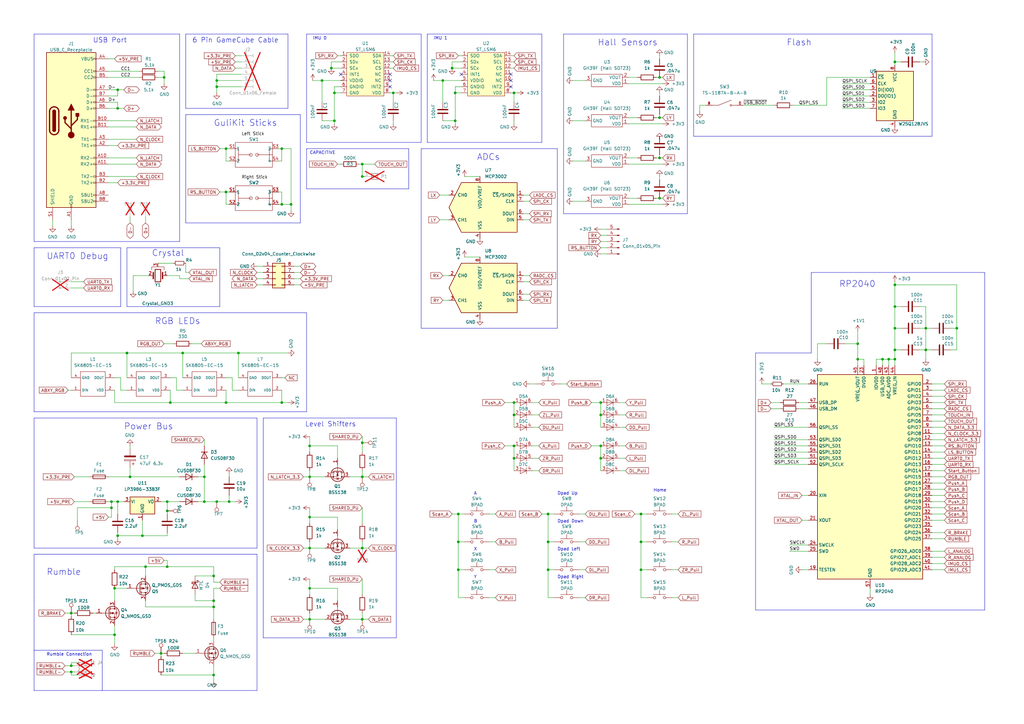
<source format=kicad_sch>
(kicad_sch (version 20230121) (generator eeschema)
  (paper "A3")
  (junction (at 246.38 170.18))
  (junction (at 367.03 125.73))
  (junction (at 127 182.88))
  (junction (at 45.72 208.28))
  (junction (at 83.82 195.58))
  (junction (at 379.73 134.62))
  (junction (at 270.51 31.75))
  (junction (at 351.79 140.97))
  (junction (at 186.69 49.53))
  (junction (at 45.72 205.74))
  (junction (at 92.71 165.1))
  (junction (at 29.21 275.59))
  (junction (at 270.51 64.77))
  (junction (at 52.07 144.78))
  (junction (at 87.63 248.92))
  (junction (at 186.69 38.1))
  (junction (at 127 224.79))
  (junction (at 97.79 144.78))
  (junction (at 68.58 209.55))
  (junction (at 351.79 147.32))
  (junction (at 270.51 48.26))
  (junction (at 93.98 205.74))
  (junction (at 185.42 27.94))
  (junction (at 127 254))
  (junction (at 210.82 165.1))
  (junction (at 367.03 143.51))
  (junction (at 115.57 165.1))
  (junction (at 181.61 33.02))
  (junction (at 361.95 147.32))
  (junction (at 87.63 276.86))
  (junction (at 246.38 165.1))
  (junction (at 262.89 210.82))
  (junction (at 379.73 143.51))
  (junction (at 246.38 187.96))
  (junction (at 127 241.3))
  (junction (at 74.93 144.78))
  (junction (at 53.34 195.58))
  (junction (at 148.59 67.31))
  (junction (at 246.38 182.88))
  (junction (at 48.26 219.71))
  (junction (at 29.21 251.46))
  (junction (at 224.79 210.82))
  (junction (at 46.99 260.35))
  (junction (at 67.31 31.75))
  (junction (at 210.82 170.18))
  (junction (at 59.69 232.41))
  (junction (at 270.51 81.28))
  (junction (at 187.96 210.82))
  (junction (at 87.63 236.22))
  (junction (at 115.57 83.82))
  (junction (at 367.03 134.62))
  (junction (at 135.89 27.94))
  (junction (at 48.26 36.83))
  (junction (at 137.16 49.53))
  (junction (at 29.21 273.05))
  (junction (at 224.79 222.25))
  (junction (at 88.9 35.56))
  (junction (at 92.71 60.96))
  (junction (at 68.58 205.74))
  (junction (at 115.57 60.96))
  (junction (at 148.59 195.58))
  (junction (at 148.59 254))
  (junction (at 367.03 25.4))
  (junction (at 262.89 233.68))
  (junction (at 46.99 241.3))
  (junction (at 392.43 134.62))
  (junction (at 367.03 116.84))
  (junction (at 187.96 233.68))
  (junction (at 364.49 147.32))
  (junction (at 148.59 72.39))
  (junction (at 48.26 44.45))
  (junction (at 69.85 165.1))
  (junction (at 92.71 78.74))
  (junction (at 224.79 233.68))
  (junction (at 132.08 33.02))
  (junction (at 127 195.58))
  (junction (at 210.82 38.1))
  (junction (at 127 212.09))
  (junction (at 48.26 205.74))
  (junction (at 367.03 147.32))
  (junction (at 187.96 222.25))
  (junction (at 262.89 222.25))
  (junction (at 66.04 267.97))
  (junction (at 161.29 38.1))
  (junction (at 210.82 187.96))
  (junction (at 88.9 205.74))
  (junction (at 119.38 83.82))
  (junction (at 148.59 224.79))
  (junction (at 87.63 246.38))
  (junction (at 148.59 181.61))
  (junction (at 68.58 232.41))
  (junction (at 137.16 38.1))
  (junction (at 58.42 219.71))
  (junction (at 83.82 205.74))
  (junction (at 88.9 33.02))
  (junction (at 210.82 182.88))
  (no_connect (at 209.55 33.02))
  (no_connect (at 139.7 30.48))
  (no_connect (at 189.23 30.48))
  (no_connect (at 160.02 33.02))
  (no_connect (at 209.55 30.48))
  (no_connect (at 160.02 35.56))
  (no_connect (at 160.02 30.48))
  (no_connect (at 209.55 35.56))
  (wire (pts (xy 270.51 64.77) (xy 271.78 64.77)))
  (wire (pts (xy 339.09 140.97) (xy 335.28 140.97)))
  (wire (pts (xy 181.61 49.53) (xy 186.69 49.53)))
  (wire (pts (xy 127 241.3) (xy 127 243.84)))
  (wire (pts (xy 262.89 245.11) (xy 262.89 233.68)))
  (wire (pts (xy 29.21 271.78) (xy 31.75 271.78)))
  (wire (pts (xy 87.63 236.22) (xy 87.63 232.41)))
  (wire (pts (xy 137.16 50.8) (xy 137.16 49.53)))
  (wire (pts (xy 73.66 113.03) (xy 73.66 114.3)))
  (wire (pts (xy 218.44 175.26) (xy 220.98 175.26)))
  (wire (pts (xy 356.87 39.37) (xy 345.44 39.37)))
  (wire (pts (xy 377.19 134.62) (xy 379.73 134.62)))
  (wire (pts (xy 320.04 165.1) (xy 316.23 165.1)))
  (polyline (pts (xy 49.53 101.6) (xy 13.97 101.6)))
  (wire (pts (xy 46.99 256.54) (xy 46.99 260.35)))
  (polyline (pts (xy 13.97 101.6) (xy 13.97 125.73)))
  (wire (pts (xy 382.27 198.12) (xy 387.35 198.12)))
  (wire (pts (xy 29.21 260.35) (xy 46.99 260.35)))
  (wire (pts (xy 180.34 90.17) (xy 184.15 90.17)))
  (wire (pts (xy 369.57 125.73) (xy 367.03 125.73)))
  (wire (pts (xy 46.99 260.35) (xy 46.99 264.16)))
  (wire (pts (xy 210.82 38.1) (xy 210.82 41.91)))
  (wire (pts (xy 147.32 67.31) (xy 148.59 67.31)))
  (wire (pts (xy 44.45 41.91) (xy 48.26 41.91)))
  (wire (pts (xy 132.08 33.02) (xy 139.7 33.02)))
  (wire (pts (xy 289.56 43.18) (xy 287.02 43.18)))
  (wire (pts (xy 382.27 165.1) (xy 387.35 165.1)))
  (wire (pts (xy 257.81 81.28) (xy 261.62 81.28)))
  (wire (pts (xy 69.85 165.1) (xy 69.85 160.02)))
  (wire (pts (xy 312.42 157.48) (xy 316.23 157.48)))
  (polyline (pts (xy 105.41 171.45) (xy 105.41 224.79)))
  (polyline (pts (xy 231.14 13.97) (xy 231.14 87.63)))
  (wire (pts (xy 269.24 81.28) (xy 270.51 81.28)))
  (wire (pts (xy 72.39 154.94) (xy 72.39 160.02)))
  (wire (pts (xy 90.17 78.74) (xy 92.71 78.74)))
  (wire (pts (xy 93.98 205.74) (xy 96.52 205.74)))
  (wire (pts (xy 115.57 78.74) (xy 115.57 83.82)))
  (wire (pts (xy 83.82 180.34) (xy 83.82 182.88)))
  (wire (pts (xy 58.42 213.36) (xy 58.42 219.71)))
  (polyline (pts (xy 403.86 111.76) (xy 332.74 111.76)))
  (wire (pts (xy 53.34 88.9) (xy 53.34 91.44)))
  (polyline (pts (xy 13.97 128.27) (xy 13.97 168.91)))
  (wire (pts (xy 254 193.04) (xy 256.54 193.04)))
  (wire (pts (xy 115.57 66.04) (xy 114.3 66.04)))
  (polyline (pts (xy 73.66 13.97) (xy 73.66 99.06)))
  (wire (pts (xy 29.21 276.86) (xy 31.75 276.86)))
  (wire (pts (xy 185.42 25.4) (xy 185.42 27.94)))
  (wire (pts (xy 254 187.96) (xy 256.54 187.96)))
  (wire (pts (xy 137.16 35.56) (xy 137.16 38.1)))
  (wire (pts (xy 135.89 27.94) (xy 139.7 27.94)))
  (wire (pts (xy 127 179.07) (xy 127 182.88)))
  (wire (pts (xy 356.87 41.91) (xy 345.44 41.91)))
  (polyline (pts (xy 41.91 266.7) (xy 41.91 283.21)))
  (polyline (pts (xy 231.14 87.63) (xy 281.94 87.63)))
  (wire (pts (xy 186.69 35.56) (xy 186.69 38.1)))
  (wire (pts (xy 234.95 82.55) (xy 240.03 82.55)))
  (wire (pts (xy 115.57 165.1) (xy 92.71 165.1)))
  (wire (pts (xy 46.99 154.94) (xy 49.53 154.94)))
  (wire (pts (xy 367.03 21.59) (xy 367.03 25.4)))
  (wire (pts (xy 210.82 38.1) (xy 212.09 38.1)))
  (wire (pts (xy 143.51 254) (xy 148.59 254)))
  (wire (pts (xy 187.96 233.68) (xy 187.96 222.25)))
  (wire (pts (xy 254 165.1) (xy 256.54 165.1)))
  (wire (pts (xy 29.21 271.78) (xy 29.21 273.05)))
  (polyline (pts (xy 123.19 46.99) (xy 123.19 91.44)))
  (wire (pts (xy 148.59 208.28) (xy 148.59 214.63)))
  (wire (pts (xy 331.47 213.36) (xy 328.93 213.36)))
  (wire (pts (xy 246.38 99.06) (xy 248.92 99.06)))
  (wire (pts (xy 246.38 165.1) (xy 246.38 170.18)))
  (wire (pts (xy 115.57 83.82) (xy 119.38 83.82)))
  (wire (pts (xy 127 224.79) (xy 127 222.25)))
  (wire (pts (xy 92.71 154.94) (xy 95.25 154.94)))
  (wire (pts (xy 54.61 113.03) (xy 54.61 119.38)))
  (wire (pts (xy 88.9 30.48) (xy 88.9 33.02)))
  (wire (pts (xy 262.89 233.68) (xy 262.89 222.25)))
  (wire (pts (xy 210.82 25.4) (xy 209.55 25.4)))
  (wire (pts (xy 68.58 218.44) (xy 68.58 219.71)))
  (wire (pts (xy 382.27 218.44) (xy 387.35 218.44)))
  (wire (pts (xy 49.53 154.94) (xy 49.53 160.02)))
  (wire (pts (xy 367.03 125.73) (xy 367.03 134.62)))
  (wire (pts (xy 359.41 149.86) (xy 359.41 147.32)))
  (wire (pts (xy 345.44 34.29) (xy 356.87 34.29)))
  (wire (pts (xy 46.99 232.41) (xy 46.99 233.68)))
  (wire (pts (xy 382.27 226.06) (xy 387.35 226.06)))
  (wire (pts (xy 148.59 195.58) (xy 148.59 193.04)))
  (wire (pts (xy 118.11 165.1) (xy 115.57 165.1)))
  (polyline (pts (xy 118.11 13.97) (xy 118.11 44.45)))
  (wire (pts (xy 115.57 154.94) (xy 116.84 154.94)))
  (wire (pts (xy 382.27 162.56) (xy 387.35 162.56)))
  (wire (pts (xy 222.25 210.82) (xy 224.79 210.82)))
  (wire (pts (xy 364.49 147.32) (xy 367.03 147.32)))
  (wire (pts (xy 379.73 143.51) (xy 377.19 143.51)))
  (polyline (pts (xy 76.2 46.99) (xy 123.19 46.99)))
  (wire (pts (xy 186.69 35.56) (xy 189.23 35.56)))
  (wire (pts (xy 328.93 203.2) (xy 331.47 203.2)))
  (wire (pts (xy 73.66 114.3) (xy 77.47 114.3)))
  (wire (pts (xy 115.57 83.82) (xy 114.3 83.82)))
  (wire (pts (xy 187.96 210.82) (xy 190.5 210.82)))
  (wire (pts (xy 115.57 165.1) (xy 115.57 160.02)))
  (wire (pts (xy 254 170.18) (xy 256.54 170.18)))
  (wire (pts (xy 148.59 195.58) (xy 151.13 195.58)))
  (wire (pts (xy 207.01 182.88) (xy 210.82 182.88)))
  (wire (pts (xy 105.41 116.84) (xy 107.95 116.84)))
  (wire (pts (xy 88.9 205.74) (xy 93.98 205.74)))
  (wire (pts (xy 207.01 165.1) (xy 210.82 165.1)))
  (wire (pts (xy 127 208.28) (xy 127 212.09)))
  (wire (pts (xy 59.69 246.38) (xy 59.69 248.92)))
  (wire (pts (xy 270.51 46.99) (xy 270.51 48.26)))
  (wire (pts (xy 161.29 38.1) (xy 162.56 38.1)))
  (wire (pts (xy 317.5 43.18) (xy 304.8 43.18)))
  (wire (pts (xy 317.5 182.88) (xy 331.47 182.88)))
  (wire (pts (xy 214.63 87.63) (xy 217.17 87.63)))
  (wire (pts (xy 382.27 182.88) (xy 387.35 182.88)))
  (wire (pts (xy 210.82 22.86) (xy 209.55 22.86)))
  (wire (pts (xy 87.63 276.86) (xy 87.63 279.4)))
  (wire (pts (xy 161.29 27.94) (xy 160.02 27.94)))
  (wire (pts (xy 92.71 78.74) (xy 92.71 83.82)))
  (wire (pts (xy 87.63 246.38) (xy 87.63 248.92)))
  (wire (pts (xy 49.53 160.02) (xy 52.07 160.02)))
  (wire (pts (xy 331.47 165.1) (xy 327.66 165.1)))
  (wire (pts (xy 81.28 195.58) (xy 83.82 195.58)))
  (wire (pts (xy 87.63 273.05) (xy 87.63 276.86)))
  (polyline (pts (xy 382.27 13.97) (xy 382.27 55.88)))
  (wire (pts (xy 382.27 170.18) (xy 387.35 170.18)))
  (wire (pts (xy 87.63 246.38) (xy 80.01 246.38)))
  (polyline (pts (xy 125.73 128.27) (xy 125.73 168.91)))
  (wire (pts (xy 351.79 135.89) (xy 351.79 140.97)))
  (wire (pts (xy 44.45 67.31) (xy 55.88 67.31)))
  (wire (pts (xy 135.89 25.4) (xy 135.89 27.94)))
  (wire (pts (xy 242.57 165.1) (xy 246.38 165.1)))
  (wire (pts (xy 369.57 25.4) (xy 367.03 25.4)))
  (wire (pts (xy 275.59 210.82) (xy 278.13 210.82)))
  (polyline (pts (xy 172.72 58.42) (xy 125.73 58.42)))
  (wire (pts (xy 382.27 160.02) (xy 387.35 160.02)))
  (polyline (pts (xy 107.95 171.45) (xy 107.95 261.62)))
  (wire (pts (xy 257.81 83.82) (xy 271.78 83.82)))
  (wire (pts (xy 78.74 140.97) (xy 82.55 140.97)))
  (wire (pts (xy 83.82 205.74) (xy 81.28 205.74)))
  (wire (pts (xy 54.61 113.03) (xy 60.96 113.03)))
  (wire (pts (xy 26.67 251.46) (xy 29.21 251.46)))
  (wire (pts (xy 44.45 52.07) (xy 55.88 52.07)))
  (wire (pts (xy 95.25 160.02) (xy 97.79 160.02)))
  (polyline (pts (xy 125.73 77.47) (xy 167.64 77.47)))
  (wire (pts (xy 88.9 33.02) (xy 99.06 33.02)))
  (wire (pts (xy 361.95 147.32) (xy 361.95 149.86)))
  (wire (pts (xy 69.85 154.94) (xy 72.39 154.94)))
  (wire (pts (xy 59.69 232.41) (xy 46.99 232.41)))
  (wire (pts (xy 382.27 157.48) (xy 387.35 157.48)))
  (wire (pts (xy 237.49 210.82) (xy 240.03 210.82)))
  (wire (pts (xy 190.5 72.39) (xy 196.85 72.39)))
  (wire (pts (xy 48.26 41.91) (xy 48.26 44.45)))
  (wire (pts (xy 44.45 44.45) (xy 48.26 44.45)))
  (wire (pts (xy 181.61 33.02) (xy 189.23 33.02)))
  (polyline (pts (xy 125.73 60.96) (xy 125.73 77.47)))
  (wire (pts (xy 210.82 170.18) (xy 210.82 175.26)))
  (wire (pts (xy 382.27 195.58) (xy 387.35 195.58)))
  (wire (pts (xy 68.58 229.87) (xy 67.31 229.87)))
  (wire (pts (xy 29.21 115.57) (xy 34.29 115.57)))
  (polyline (pts (xy 105.41 224.79) (xy 13.97 224.79)))
  (wire (pts (xy 87.63 238.76) (xy 90.17 238.76)))
  (wire (pts (xy 44.45 205.74) (xy 45.72 205.74)))
  (wire (pts (xy 260.35 210.82) (xy 262.89 210.82)))
  (polyline (pts (xy 309.88 144.78) (xy 332.74 144.78)))
  (wire (pts (xy 331.47 223.52) (xy 323.85 223.52)))
  (polyline (pts (xy 52.07 101.6) (xy 52.07 125.73)))
  (wire (pts (xy 67.31 29.21) (xy 67.31 31.75)))
  (wire (pts (xy 67.31 140.97) (xy 71.12 140.97)))
  (wire (pts (xy 148.59 224.79) (xy 148.59 222.25)))
  (wire (pts (xy 181.61 123.19) (xy 184.15 123.19)))
  (wire (pts (xy 92.71 60.96) (xy 92.71 66.04)))
  (wire (pts (xy 185.42 210.82) (xy 187.96 210.82)))
  (wire (pts (xy 68.58 209.55) (xy 68.58 210.82)))
  (wire (pts (xy 246.38 193.04) (xy 246.38 187.96)))
  (wire (pts (xy 361.95 147.32) (xy 364.49 147.32)))
  (wire (pts (xy 87.63 261.62) (xy 87.63 262.89)))
  (wire (pts (xy 161.29 25.4) (xy 160.02 25.4)))
  (wire (pts (xy 257.81 48.26) (xy 261.62 48.26)))
  (wire (pts (xy 317.5 185.42) (xy 331.47 185.42)))
  (wire (pts (xy 382.27 187.96) (xy 387.35 187.96)))
  (polyline (pts (xy 107.95 171.45) (xy 162.56 171.45)))
  (wire (pts (xy 64.77 107.95) (xy 71.12 107.95)))
  (wire (pts (xy 367.03 115.57) (xy 367.03 116.84)))
  (wire (pts (xy 26.67 275.59) (xy 29.21 275.59)))
  (wire (pts (xy 59.69 88.9) (xy 59.69 91.44)))
  (wire (pts (xy 45.72 205.74) (xy 48.26 205.74)))
  (wire (pts (xy 59.69 232.41) (xy 68.58 232.41)))
  (wire (pts (xy 218.44 170.18) (xy 220.98 170.18)))
  (wire (pts (xy 44.45 39.37) (xy 48.26 39.37)))
  (wire (pts (xy 270.51 63.5) (xy 270.51 64.77)))
  (wire (pts (xy 124.46 195.58) (xy 127 195.58)))
  (wire (pts (xy 382.27 180.34) (xy 387.35 180.34)))
  (wire (pts (xy 351.79 140.97) (xy 351.79 147.32)))
  (wire (pts (xy 335.28 140.97) (xy 335.28 147.32)))
  (wire (pts (xy 214.63 90.17) (xy 217.17 90.17)))
  (wire (pts (xy 331.47 167.64) (xy 327.66 167.64)))
  (wire (pts (xy 68.58 113.03) (xy 73.66 113.03)))
  (wire (pts (xy 317.5 187.96) (xy 331.47 187.96)))
  (wire (pts (xy 190.5 245.11) (xy 187.96 245.11)))
  (wire (pts (xy 246.38 170.18) (xy 246.38 175.26)))
  (wire (pts (xy 254 182.88) (xy 256.54 182.88)))
  (wire (pts (xy 200.66 222.25) (xy 203.2 222.25)))
  (wire (pts (xy 138.43 217.17) (xy 138.43 212.09)))
  (wire (pts (xy 87.63 248.92) (xy 59.69 248.92)))
  (wire (pts (xy 115.57 60.96) (xy 115.57 66.04)))
  (wire (pts (xy 119.38 60.96) (xy 119.38 83.82)))
  (polyline (pts (xy 49.53 125.73) (xy 49.53 101.6)))
  (wire (pts (xy 29.21 90.17) (xy 29.21 92.71)))
  (wire (pts (xy 44.45 72.39) (xy 55.88 72.39)))
  (wire (pts (xy 143.51 195.58) (xy 148.59 195.58)))
  (wire (pts (xy 48.26 36.83) (xy 50.8 36.83)))
  (wire (pts (xy 52.07 144.78) (xy 52.07 154.94)))
  (wire (pts (xy 92.71 60.96) (xy 93.98 60.96)))
  (polyline (pts (xy 284.48 13.97) (xy 284.48 55.88)))
  (wire (pts (xy 29.21 251.46) (xy 30.48 251.46)))
  (wire (pts (xy 138.43 187.96) (xy 138.43 182.88)))
  (wire (pts (xy 214.63 123.19) (xy 217.17 123.19)))
  (wire (pts (xy 143.51 224.79) (xy 148.59 224.79)))
  (wire (pts (xy 359.41 147.32) (xy 361.95 147.32)))
  (wire (pts (xy 392.43 134.62) (xy 392.43 143.51)))
  (wire (pts (xy 382.27 167.64) (xy 387.35 167.64)))
  (wire (pts (xy 200.66 245.11) (xy 203.2 245.11)))
  (wire (pts (xy 64.77 31.75) (xy 67.31 31.75)))
  (wire (pts (xy 127 195.58) (xy 127 193.04)))
  (wire (pts (xy 53.34 195.58) (xy 73.66 195.58)))
  (wire (pts (xy 30.48 195.58) (xy 36.83 195.58)))
  (wire (pts (xy 119.38 83.82) (xy 119.38 86.36)))
  (wire (pts (xy 367.03 116.84) (xy 367.03 125.73)))
  (wire (pts (xy 270.51 39.37) (xy 270.51 38.1)))
  (wire (pts (xy 45.72 212.09) (xy 45.72 208.28)))
  (wire (pts (xy 44.45 24.13) (xy 46.99 24.13)))
  (wire (pts (xy 224.79 222.25) (xy 224.79 210.82)))
  (wire (pts (xy 377.19 25.4) (xy 378.46 25.4)))
  (wire (pts (xy 217.17 157.48) (xy 219.71 157.48)))
  (wire (pts (xy 26.67 273.05) (xy 29.21 273.05)))
  (wire (pts (xy 66.04 267.97) (xy 67.31 267.97)))
  (wire (pts (xy 214.63 120.65) (xy 217.17 120.65)))
  (wire (pts (xy 68.58 219.71) (xy 58.42 219.71)))
  (wire (pts (xy 200.66 233.68) (xy 203.2 233.68)))
  (wire (pts (xy 58.42 219.71) (xy 48.26 219.71)))
  (wire (pts (xy 262.89 222.25) (xy 265.43 222.25)))
  (wire (pts (xy 63.5 267.97) (xy 66.04 267.97)))
  (polyline (pts (xy 284.48 13.97) (xy 382.27 13.97)))
  (polyline (pts (xy 162.56 261.62) (xy 107.95 261.62)))
  (polyline (pts (xy 309.88 250.19) (xy 403.86 250.19)))
  (wire (pts (xy 218.44 187.96) (xy 220.98 187.96)))
  (wire (pts (xy 44.45 36.83) (xy 48.26 36.83)))
  (wire (pts (xy 214.63 82.55) (xy 217.17 82.55)))
  (wire (pts (xy 120.65 109.22) (xy 123.19 109.22)))
  (polyline (pts (xy 76.2 13.97) (xy 76.2 44.45)))
  (wire (pts (xy 382.27 233.68) (xy 387.35 233.68)))
  (wire (pts (xy 53.34 191.77) (xy 53.34 195.58)))
  (wire (pts (xy 45.72 208.28) (xy 45.72 205.74)))
  (wire (pts (xy 379.73 134.62) (xy 382.27 134.62)))
  (wire (pts (xy 29.21 273.05) (xy 30.48 273.05)))
  (wire (pts (xy 44.45 59.69) (xy 48.26 59.69)))
  (polyline (pts (xy 172.72 60.96) (xy 228.6 60.96)))
  (wire (pts (xy 262.89 233.68) (xy 265.43 233.68)))
  (wire (pts (xy 257.81 34.29) (xy 271.78 34.29)))
  (polyline (pts (xy 13.97 171.45) (xy 105.41 171.45)))
  (wire (pts (xy 382.27 203.2) (xy 387.35 203.2)))
  (wire (pts (xy 66.04 267.97) (xy 66.04 269.24)))
  (polyline (pts (xy 162.56 171.45) (xy 162.56 261.62)))
  (wire (pts (xy 367.03 134.62) (xy 367.03 143.51)))
  (wire (pts (xy 189.23 25.4) (xy 185.42 25.4)))
  (wire (pts (xy 92.71 66.04) (xy 93.98 66.04)))
  (polyline (pts (xy 125.73 13.97) (xy 125.73 58.42)))
  (polyline (pts (xy 172.72 60.96) (xy 172.72 134.62)))
  (wire (pts (xy 105.41 111.76) (xy 107.95 111.76)))
  (polyline (pts (xy 332.74 111.76) (xy 332.74 144.78)))
  (wire (pts (xy 99.06 25.4) (xy 96.52 25.4)))
  (wire (pts (xy 382.27 205.74) (xy 387.35 205.74)))
  (wire (pts (xy 257.81 31.75) (xy 261.62 31.75)))
  (wire (pts (xy 87.63 246.38) (xy 87.63 241.3)))
  (wire (pts (xy 379.73 125.73) (xy 379.73 134.62)))
  (wire (pts (xy 270.51 55.88) (xy 270.51 57.15)))
  (wire (pts (xy 120.65 111.76) (xy 123.19 111.76)))
  (wire (pts (xy 46.99 165.1) (xy 46.99 160.02)))
  (wire (pts (xy 218.44 182.88) (xy 220.98 182.88)))
  (wire (pts (xy 257.81 64.77) (xy 261.62 64.77)))
  (wire (pts (xy 229.87 157.48) (xy 232.41 157.48)))
  (wire (pts (xy 48.26 218.44) (xy 48.26 219.71)))
  (wire (pts (xy 382.27 210.82) (xy 387.35 210.82)))
  (wire (pts (xy 137.16 38.1) (xy 137.16 49.53)))
  (wire (pts (xy 133.35 254) (xy 127 254)))
  (wire (pts (xy 48.26 44.45) (xy 50.8 44.45)))
  (wire (pts (xy 99.06 30.48) (xy 88.9 30.48)))
  (wire (pts (xy 379.73 143.51) (xy 382.27 143.51)))
  (polyline (pts (xy 13.97 195.58) (xy 13.97 171.45)))
  (wire (pts (xy 74.93 144.78) (xy 74.93 154.94)))
  (wire (pts (xy 114.3 60.96) (xy 115.57 60.96)))
  (wire (pts (xy 148.59 179.07) (xy 148.59 181.61)))
  (wire (pts (xy 87.63 232.41) (xy 68.58 232.41)))
  (wire (pts (xy 137.16 35.56) (xy 139.7 35.56)))
  (wire (pts (xy 29.21 251.46) (xy 29.21 252.73)))
  (wire (pts (xy 287.02 43.18) (xy 287.02 45.72)))
  (wire (pts (xy 115.57 60.96) (xy 119.38 60.96)))
  (wire (pts (xy 87.63 241.3) (xy 90.17 241.3)))
  (wire (pts (xy 120.65 116.84) (xy 123.19 116.84)))
  (wire (pts (xy 270.51 81.28) (xy 271.78 81.28)))
  (wire (pts (xy 44.45 195.58) (xy 53.34 195.58)))
  (wire (pts (xy 48.26 205.74) (xy 50.8 205.74)))
  (wire (pts (xy 354.33 147.32) (xy 354.33 149.86)))
  (wire (pts (xy 367.03 134.62) (xy 369.57 134.62)))
  (polyline (pts (xy 13.97 128.27) (xy 125.73 128.27)))
  (wire (pts (xy 44.45 74.93) (xy 48.26 74.93)))
  (wire (pts (xy 325.12 43.18) (xy 339.09 43.18)))
  (polyline (pts (xy 13.97 266.7) (xy 41.91 266.7)))
  (wire (pts (xy 270.51 48.26) (xy 271.78 48.26)))
  (wire (pts (xy 137.16 38.1) (xy 139.7 38.1)))
  (wire (pts (xy 351.79 147.32) (xy 351.79 149.86)))
  (wire (pts (xy 72.39 160.02) (xy 74.93 160.02)))
  (wire (pts (xy 210.82 187.96) (xy 210.82 193.04)))
  (wire (pts (xy 218.44 165.1) (xy 220.98 165.1)))
  (wire (pts (xy 187.96 245.11) (xy 187.96 233.68)))
  (wire (pts (xy 148.59 254) (xy 151.13 254)))
  (polyline (pts (xy 281.94 13.97) (xy 231.14 13.97)))
  (wire (pts (xy 270.51 22.86) (xy 270.51 24.13)))
  (wire (pts (xy 331.47 190.5) (xy 317.5 190.5)))
  (wire (pts (xy 177.8 33.02) (xy 181.61 33.02)))
  (wire (pts (xy 29.21 276.86) (xy 29.21 275.59)))
  (wire (pts (xy 224.79 210.82) (xy 227.33 210.82)))
  (wire (pts (xy 214.63 113.03) (xy 217.17 113.03)))
  (wire (pts (xy 382.27 185.42) (xy 387.35 185.42)))
  (wire (pts (xy 148.59 224.79) (xy 151.13 224.79)))
  (wire (pts (xy 148.59 254) (xy 148.59 251.46)))
  (wire (pts (xy 127 182.88) (xy 127 185.42)))
  (wire (pts (xy 88.9 35.56) (xy 99.06 35.56)))
  (wire (pts (xy 392.43 116.84) (xy 367.03 116.84)))
  (wire (pts (xy 44.45 57.15) (xy 55.88 57.15)))
  (wire (pts (xy 367.03 143.51) (xy 367.03 147.32)))
  (wire (pts (xy 382.27 175.26) (xy 387.35 175.26)))
  (polyline (pts (xy 172.72 13.97) (xy 172.72 58.42)))
  (wire (pts (xy 29.21 144.78) (xy 52.07 144.78)))
  (wire (pts (xy 364.49 147.32) (xy 364.49 149.86)))
  (wire (pts (xy 331.47 175.26) (xy 317.5 175.26)))
  (wire (pts (xy 234.95 49.53) (xy 240.03 49.53)))
  (wire (pts (xy 234.95 66.04) (xy 240.03 66.04)))
  (wire (pts (xy 187.96 222.25) (xy 190.5 222.25)))
  (wire (pts (xy 379.73 134.62) (xy 379.73 143.51)))
  (wire (pts (xy 148.59 237.49) (xy 148.59 243.84)))
  (wire (pts (xy 114.3 78.74) (xy 115.57 78.74)))
  (wire (pts (xy 83.82 195.58) (xy 83.82 205.74)))
  (wire (pts (xy 218.44 193.04) (xy 220.98 193.04)))
  (wire (pts (xy 262.89 222.25) (xy 262.89 210.82)))
  (wire (pts (xy 138.43 241.3) (xy 127 241.3)))
  (wire (pts (xy 270.51 72.39) (xy 270.51 73.66)))
  (wire (pts (xy 377.19 125.73) (xy 379.73 125.73)))
  (wire (pts (xy 127 212.09) (xy 127 214.63)))
  (wire (pts (xy 69.85 165.1) (xy 46.99 165.1)))
  (wire (pts (xy 382.27 231.14) (xy 387.35 231.14)))
  (polyline (pts (xy 13.97 246.38) (xy 13.97 283.21)))
  (wire (pts (xy 92.71 165.1) (xy 92.71 160.02)))
  (wire (pts (xy 148.59 67.31) (xy 153.67 67.31)))
  (wire (pts (xy 187.96 22.86) (xy 189.23 22.86)))
  (wire (pts (xy 269.24 64.77) (xy 270.51 64.77)))
  (wire (pts (xy 242.57 182.88) (xy 246.38 182.88)))
  (wire (pts (xy 214.63 80.01) (xy 217.17 80.01)))
  (wire (pts (xy 105.41 114.3) (xy 107.95 114.3)))
  (wire (pts (xy 257.81 50.8) (xy 271.78 50.8)))
  (wire (pts (xy 73.66 205.74) (xy 68.58 205.74)))
  (wire (pts (xy 67.31 31.75) (xy 67.31 34.29)))
  (wire (pts (xy 346.71 140.97) (xy 351.79 140.97)))
  (polyline (pts (xy 13.97 245.11) (xy 13.97 227.33)))
  (polyline (pts (xy 125.73 13.97) (xy 172.72 13.97)))
  (wire (pts (xy 367.03 25.4) (xy 367.03 26.67)))
  (wire (pts (xy 83.82 205.74) (xy 88.9 205.74)))
  (wire (pts (xy 392.43 116.84) (xy 392.43 134.62)))
  (wire (pts (xy 29.21 275.59) (xy 30.48 275.59)))
  (wire (pts (xy 181.61 113.03) (xy 184.15 113.03)))
  (wire (pts (xy 93.98 195.58) (xy 93.98 194.31)))
  (wire (pts (xy 30.48 205.74) (xy 36.83 205.74)))
  (wire (pts (xy 161.29 22.86) (xy 160.02 22.86)))
  (wire (pts (xy 161.29 38.1) (xy 161.29 41.91)))
  (wire (pts (xy 246.38 104.14) (xy 248.92 104.14)))
  (wire (pts (xy 74.93 144.78) (xy 97.79 144.78)))
  (wire (pts (xy 127 237.49) (xy 127 241.3)))
  (wire (pts (xy 339.09 31.75) (xy 356.87 31.75)))
  (wire (pts (xy 105.41 109.22) (xy 107.95 109.22)))
  (wire (pts (xy 382.27 213.36) (xy 387.35 213.36)))
  (wire (pts (xy 367.03 147.32) (xy 367.03 149.86)))
  (wire (pts (xy 138.43 182.88) (xy 127 182.88)))
  (wire (pts (xy 317.5 180.34) (xy 331.47 180.34)))
  (wire (pts (xy 246.38 187.96) (xy 246.38 182.88)))
  (wire (pts (xy 351.79 147.32) (xy 354.33 147.32)))
  (wire (pts (xy 382.27 200.66) (xy 387.35 200.66)))
  (wire (pts (xy 185.42 27.94) (xy 189.23 27.94)))
  (wire (pts (xy 31.75 208.28) (xy 45.72 208.28)))
  (wire (pts (xy 133.35 195.58) (xy 127 195.58)))
  (wire (pts (xy 44.45 49.53) (xy 55.88 49.53)))
  (wire (pts (xy 132.08 49.53) (xy 137.16 49.53)))
  (wire (pts (xy 382.27 208.28) (xy 387.35 208.28)))
  (wire (pts (xy 29.21 154.94) (xy 29.21 144.78)))
  (wire (pts (xy 382.27 193.04) (xy 387.35 193.04)))
  (wire (pts (xy 97.79 144.78) (xy 118.11 144.78)))
  (polyline (pts (xy 76.2 91.44) (xy 76.2 46.99)))
  (wire (pts (xy 148.59 181.61) (xy 148.59 185.42)))
  (wire (pts (xy 120.65 114.3) (xy 123.19 114.3)))
  (polyline (pts (xy 382.27 55.88) (xy 284.48 55.88)))
  (wire (pts (xy 237.49 233.68) (xy 240.03 233.68)))
  (wire (pts (xy 321.31 157.48) (xy 331.47 157.48)))
  (wire (pts (xy 68.58 205.74) (xy 66.04 205.74)))
  (wire (pts (xy 270.51 31.75) (xy 271.78 31.75)))
  (wire (pts (xy 66.04 276.86) (xy 87.63 276.86)))
  (wire (pts (xy 160.02 38.1) (xy 161.29 38.1)))
  (polyline (pts (xy 403.86 250.19) (xy 403.86 111.76)))
  (wire (pts (xy 127 254) (xy 127 251.46)))
  (wire (pts (xy 90.17 60.96) (xy 92.71 60.96)))
  (polyline (pts (xy 105.41 283.21) (xy 13.97 283.21)))
  (wire (pts (xy 275.59 245.11) (xy 278.13 245.11)))
  (wire (pts (xy 186.69 38.1) (xy 186.69 49.53)))
  (polyline (pts (xy 175.26 13.97) (xy 222.25 13.97)))
  (polyline (pts (xy 13.97 13.97) (xy 13.97 99.06)))
  (wire (pts (xy 382.27 220.98) (xy 387.35 220.98)))
  (wire (pts (xy 64.77 29.21) (xy 67.31 29.21)))
  (wire (pts (xy 379.73 143.51) (xy 379.73 147.32)))
  (polyline (pts (xy 13.97 13.97) (xy 73.66 13.97)))
  (wire (pts (xy 80.01 246.38) (xy 80.01 243.84)))
  (wire (pts (xy 68.58 205.74) (xy 68.58 209.55)))
  (wire (pts (xy 148.59 67.31) (xy 148.59 72.39)))
  (wire (pts (xy 382.27 172.72) (xy 387.35 172.72)))
  (wire (pts (xy 234.95 33.02) (xy 240.03 33.02)))
  (wire (pts (xy 187.96 222.25) (xy 187.96 210.82)))
  (wire (pts (xy 269.24 31.75) (xy 270.51 31.75)))
  (wire (pts (xy 148.59 72.39) (xy 149.86 72.39)))
  (wire (pts (xy 181.61 41.91) (xy 181.61 33.02)))
  (wire (pts (xy 52.07 144.78) (xy 74.93 144.78)))
  (wire (pts (xy 257.81 67.31) (xy 271.78 67.31)))
  (wire (pts (xy 382.27 228.6) (xy 387.35 228.6)))
  (wire (pts (xy 214.63 115.57) (xy 217.17 115.57)))
  (wire (pts (xy 44.45 31.75) (xy 57.15 31.75)))
  (wire (pts (xy 210.82 187.96) (xy 210.82 182.88)))
  (wire (pts (xy 44.45 64.77) (xy 55.88 64.77)))
  (wire (pts (xy 80.01 236.22) (xy 87.63 236.22)))
  (wire (pts (xy 128.27 33.02) (xy 132.08 33.02)))
  (wire (pts (xy 356.87 36.83) (xy 345.44 36.83)))
  (wire (pts (xy 53.34 182.88) (xy 53.34 184.15)))
  (wire (pts (xy 186.69 50.8) (xy 186.69 49.53)))
  (polyline (pts (xy 309.88 144.78) (xy 309.88 250.19)))
  (wire (pts (xy 367.03 143.51) (xy 369.57 143.51)))
  (wire (pts (xy 138.43 22.86) (xy 139.7 22.86)))
  (wire (pts (xy 161.29 49.53) (xy 161.29 50.8)))
  (wire (pts (xy 246.38 93.98) (xy 248.92 93.98)))
  (wire (pts (xy 275.59 233.68) (xy 278.13 233.68)))
  (wire (pts (xy 87.63 248.92) (xy 87.63 254)))
  (wire (pts (xy 392.43 143.51) (xy 389.89 143.51)))
  (wire (pts (xy 138.43 67.31) (xy 139.7 67.31)))
  (wire (pts (xy 138.43 246.38) (xy 138.43 241.3)))
  (wire (pts (xy 132.08 41.91) (xy 132.08 33.02)))
  (wire (pts (xy 76.2 107.95) (xy 76.2 111.76)))
  (wire (pts (xy 124.46 224.79) (xy 127 224.79)))
  (polyline (pts (xy 105.41 227.33) (xy 105.41 283.21)))
  (polyline (pts (xy 118.11 44.45) (xy 76.2 44.45)))
  (wire (pts (xy 209.55 38.1) (xy 210.82 38.1)))
  (wire (pts (xy 190.5 105.41) (xy 196.85 105.41)))
  (polyline (pts (xy 175.26 13.97) (xy 175.26 58.42)))
  (wire (pts (xy 382.27 190.5) (xy 387.35 190.5)))
  (wire (pts (xy 331.47 226.06) (xy 323.85 226.06)))
  (wire (pts (xy 46.99 241.3) (xy 46.99 246.38)))
  (wire (pts (xy 44.45 29.21) (xy 57.15 29.21)))
  (wire (pts (xy 227.33 233.68) (xy 224.79 233.68)))
  (polyline (pts (xy 222.25 58.42) (xy 175.26 58.42)))
  (polyline (pts (xy 76.2 13.97) (xy 118.11 13.97)))
  (wire (pts (xy 356.87 241.3) (xy 356.87 243.84)))
  (wire (pts (xy 48.26 39.37) (xy 48.26 36.83)))
  (wire (pts (xy 124.46 254) (xy 127 254)))
  (wire (pts (xy 27.94 160.02) (xy 29.21 160.02)))
  (wire (pts (xy 275.59 222.25) (xy 278.13 222.25)))
  (polyline (pts (xy 125.73 168.91) (xy 13.97 168.91)))
  (wire (pts (xy 224.79 245.11) (xy 224.79 233.68)))
  (wire (pts (xy 356.87 44.45) (xy 345.44 44.45)))
  (wire (pts (xy 44.45 212.09) (xy 45.72 212.09)))
  (wire (pts (xy 88.9 33.02) (xy 88.9 35.56)))
  (wire (pts (xy 88.9 35.56) (xy 88.9 38.1)))
  (wire (pts (xy 87.63 236.22) (xy 87.63 238.76)))
  (wire (pts (xy 320.04 167.64) (xy 316.23 167.64)))
  (wire (pts (xy 97.79 144.78) (xy 97.79 154.94)))
  (wire (pts (xy 48.26 205.74) (xy 48.26 210.82)))
  (wire (pts (xy 187.96 233.68) (xy 190.5 233.68)))
  (wire (pts (xy 246.38 96.52) (xy 248.92 96.52)))
  (wire (pts (xy 93.98 203.2) (xy 93.98 205.74)))
  (polyline (pts (xy 222.25 13.97) (xy 222.25 58.42)))
  (polyline (pts (xy 228.6 60.96) (xy 228.6 134.62)))
  (wire (pts (xy 382.27 177.8) (xy 387.35 177.8)))
  (wire (pts (xy 74.93 267.97) (xy 80.01 267.97)))
  (wire (pts (xy 262.89 210.82) (xy 265.43 210.82)))
  (wire (pts (xy 224.79 233.68) (xy 224.79 222.25)))
  (wire (pts (xy 237.49 222.25) (xy 240.03 222.25)))
  (wire (pts (xy 83.82 190.5) (xy 83.82 195.58)))
  (wire (pts (xy 21.59 90.17) (xy 21.59 92.71)))
  (polyline (pts (xy 73.66 99.06) (xy 13.97 99.06)))
  (wire (pts (xy 92.71 83.82) (xy 93.98 83.82)))
  (wire (pts (xy 210.82 27.94) (xy 209.55 27.94)))
  (polyline (pts (xy 90.17 101.6) (xy 90.17 125.73)))
  (wire (pts (xy 68.58 229.87) (xy 68.58 232.41)))
  (wire (pts (xy 180.34 80.01) (xy 184.15 80.01)))
  (polyline (pts (xy 52.07 101.6) (xy 90.17 101.6)))
  (wire (pts (xy 210.82 165.1) (xy 210.82 170.18)))
  (wire (pts (xy 200.66 210.82) (xy 203.2 210.82)))
  (wire (pts (xy 269.24 48.26) (xy 270.51 48.26)))
  (wire (pts (xy 328.93 233.68) (xy 331.47 233.68)))
  (polyline (pts (xy 76.2 91.44) (xy 123.19 91.44)))
  (wire (pts (xy 265.43 245.11) (xy 262.89 245.11)))
  (polyline (pts (xy 167.64 60.96) (xy 125.73 60.96)))
  (wire (pts (xy 139.7 25.4) (xy 135.89 25.4)))
  (wire (pts (xy 210.82 49.53) (xy 210.82 50.8)))
  (wire (pts (xy 31.75 213.36) (xy 31.75 208.28)))
  (wire (pts (xy 227.33 245.11) (xy 224.79 245.11)))
  (wire (pts (xy 76.2 111.76) (xy 77.47 111.76)))
  (wire (pts (xy 95.25 154.94) (xy 95.25 160.02)))
  (wire (pts (xy 227.33 222.25) (xy 224.79 222.25)))
  (polyline (pts (xy 167.64 77.47) (xy 167.64 60.96)))
  (polyline (pts (xy 13.97 245.11) (xy 13.97 246.38)))
  (wire (pts (xy 96.52 27.94) (xy 99.06 27.94)))
  (wire (pts (xy 133.35 224.79) (xy 127 224.79)))
  (wire (pts (xy 46.99 241.3) (xy 52.07 241.3)))
  (wire (pts (xy 92.71 165.1) (xy 69.85 165.1)))
  (wire (pts (xy 38.1 251.46) (xy 39.37 251.46)))
  (wire (pts (xy 96.52 22.86) (xy 99.06 22.86)))
  (wire (pts (xy 246.38 101.6) (xy 248.92 101.6)))
  (polyline (pts (xy 228.6 134.62) (xy 172.72 134.62)))
  (polyline (pts (xy 13.97 195.58) (xy 13.97 224.79)))
  (polyline (pts (xy 281.94 87.63) (xy 281.94 13.97)))
  (wire (pts (xy 254 175.26) (xy 256.54 175.26)))
  (wire (pts (xy 138.43 212.09) (xy 127 212.09)))
  (wire (pts (xy 389.89 134.62) (xy 392.43 134.62)))
  (wire (pts (xy 92.71 78.74) (xy 93.98 78.74)))
  (wire (pts (xy 29.21 118.11) (xy 34.29 118.11)))
  (wire (pts (xy 339.09 43.18) (xy 339.09 31.75)))
  (wire (pts (xy 59.69 236.22) (xy 59.69 232.41)))
  (wire (pts (xy 48.26 220.98) (xy 48.26 219.71)))
  (polyline (pts (xy 13.97 227.33) (xy 105.41 227.33)))
  (polyline (pts (xy 13.97 125.73) (xy 49.53 125.73)))
  (wire (pts (xy 186.69 38.1) (xy 189.23 38.1)))
  (polyline (pts (xy 90.17 125.73) (xy 52.07 125.73)))
  (wire (pts (xy 237.49 245.11) (xy 240.03 245.11)))
  (text "RP2040" (at 344.17 118.11 0) (effects (font (size 2.54 2.54)) (justify left bottom)))
  (text "CAPACITIVE" (at 127 63.5 0) (effects (font (size 1.27 1.27)) (justify left bottom)))
  (text "USB Port" (at 38.1 17.78 0) (effects (font (size 2.0066 2.0066)) (justify left bottom)))
  (text "IMU 1" (at 177.8 16.51 0) (effects (font (size 1.27 1.27)) (justify left bottom)))
  (text "Flash" (at 322.58 19.05 0) (effects (font (size 2.54 2.54)) (justify left bottom)))
  (text "ADCs" (at 195.58 66.04 0) (effects (font (size 2.54 2.54)) (justify left bottom)))
  (text "Dpad Left" (at 228.6 226.06 0) (effects (font (size 1.27 1.27)) (justify left bottom)))
  (text "6 Pin GameCube Cable\n" (at 114.3 17.78 0) (effects (font (size 2.0066 2.0066)) (justify right bottom)))
  (text "B" (at 194.31 214.63 0) (effects (font (size 1.27 1.27)) (justify left bottom)))
  (text "Power Bus" (at 50.8 176.53 0) (effects (font (size 2.54 2.54)) (justify left bottom)))
  (text "Dpad Right" (at 228.6 237.49 0) (effects (font (size 1.27 1.27)) (justify left bottom)))
  (text "Home" (at 267.97 201.93 0) (effects (font (size 1.27 1.27)) (justify left bottom)))
  (text "GuliKit Sticks" (at 87.63 52.07 0) (effects (font (size 2.54 2.54)) (justify left bottom)))
  (text "Dpad Up" (at 228.6 203.2 0) (effects (font (size 1.27 1.27)) (justify left bottom)))
  (text "X" (at 194.31 226.06 0) (effects (font (size 1.27 1.27)) (justify left bottom)))
  (text "Hall Sensors" (at 245.11 19.05 0) (effects (font (size 2.54 2.54)) (justify left bottom)))
  (text "IMU 0" (at 128.27 16.51 0) (effects (font (size 1.27 1.27)) (justify left bottom)))
  (text "Level Shifters\n" (at 146.05 175.26 0) (effects (font (size 2.0066 2.0066)) (justify right bottom)))
  (text "Rumble" (at 19.05 236.22 0) (effects (font (size 2.54 2.54)) (justify left bottom)))
  (text "RGB LEDs" (at 63.5 133.35 0) (effects (font (size 2.54 2.54)) (justify left bottom)))
  (text "Rumble Connection" (at 19.05 269.24 0) (effects (font (size 1.27 1.27)) (justify left bottom)))
  (text "Dpad Down" (at 228.6 214.63 0) (effects (font (size 1.27 1.27)) (justify left bottom)))
  (text "A" (at 194.31 203.2 0) (effects (font (size 1.27 1.27)) (justify left bottom)))
  (text "Y" (at 194.31 237.49 0) (effects (font (size 1.27 1.27)) (justify left bottom)))
  (text "Crystal" (at 62.23 105.41 0) (effects (font (size 2.54 2.54)) (justify left bottom)))
  (text "UART0 Debug\n" (at 19.05 106.68 0) (effects (font (size 2.54 2.54)) (justify left bottom)))
  (label "QSPI_SD2" (at 317.5 185.42 0))
  (label "QSPI_SD0" (at 345.44 36.83 0))
  (label "QSPI_SD2" (at 345.44 41.91 0))
  (label "QSPI_SS" (at 327.66 43.18 0))
  (label "SWCLK" (at 323.85 223.52 0))
  (label "RUN" (at 323.85 157.48 0))
  (label "SWD" (at 323.85 226.06 0))
  (label "CC2" (at 49.53 31.75 0))
  (label "QSPI_SD1" (at 345.44 39.37 0))
  (label "Left Stick" (at 99.06 55.88 0))
  (label "Right Stick" (at 99.06 73.66 0))
  (label "QSPI_SD3" (at 345.44 44.45 0))
  (label "QSPI_SCLK" (at 345.44 34.29 0))
  (label "QSPI_SD0" (at 317.5 180.34 0))
  (label "QSPI_SS" (at 317.5 175.26 0))
  (label "D-" (at 44.45 36.83 0))
  (label "CC1" (at 49.53 29.21 0))
  (label "QSPI_SCLK" (at 317.5 190.5 0))
  (label "QSPI_SD1" (at 317.5 182.88 0))
  (label "QSPI_SD3" (at 317.5 187.96 0))
  (label "~{USB_BOOT}" (at 304.8 43.18 0))
  (label "D+" (at 44.45 41.91 0))
  (global_label "TOUCH_IN" (shape input) (at 387.35 170.18 0) (property "Intersheetrefs" "${INTERSHEET_REFS}" (effects hide)))
  (global_label "SPI_TX" (shape input) (at 210.82 22.86 0) (property "Intersheetrefs" "${INTERSHEET_REFS}" (effects hide)))
  (global_label "RS_BUTTON" (shape input) (at 387.35 182.88 0) (property "Intersheetrefs" "${INTERSHEET_REFS}" (effects hide)))
  (global_label "N_CLOCK" (shape input) (at 55.88 72.39 0) (property "Intersheetrefs" "${INTERSHEET_REFS}" (effects hide)))
  (global_label "XTAL_IN" (shape input) (at 77.47 114.3 0) (property "Intersheetrefs" "${INTERSHEET_REFS}" (effects hide)))
  (global_label "DU_Pull" (shape input) (at 240.03 210.82 0) (property "Intersheetrefs" "${INTERSHEET_REFS}" (effects hide)))
  (global_label "ZR_Pull" (shape input) (at 220.98 187.96 0) (property "Intersheetrefs" "${INTERSHEET_REFS}" (effects hide)))
  (global_label "N_LATCH_3.3" (shape input) (at 387.35 180.34 0) (property "Intersheetrefs" "${INTERSHEET_REFS}" (effects hide)))
  (global_label "R_ANALOG" (shape input) (at 387.35 228.6 0) (property "Intersheetrefs" "${INTERSHEET_REFS}" (effects hide)))
  (global_label "N_CLOCK_3.3" (shape input) (at 124.46 224.79 180) (property "Intersheetrefs" "${INTERSHEET_REFS}" (effects hide)))
  (global_label "+3.3V_PRE" (shape input) (at 30.48 195.58 180) (property "Intersheetrefs" "${INTERSHEET_REFS}" (effects hide)))
  (global_label "LS_BUTTON" (shape input) (at 387.35 185.42 0) (property "Intersheetrefs" "${INTERSHEET_REFS}" (effects hide)))
  (global_label "SPI_RX" (shape input) (at 217.17 87.63 0) (property "Intersheetrefs" "${INTERSHEET_REFS}" (effects hide)))
  (global_label "N_DATA" (shape bidirectional) (at 105.41 114.3 180) (property "Intersheetrefs" "${INTERSHEET_REFS}" (effects hide)))
  (global_label "SPI_CK" (shape input) (at 210.82 25.4 0) (property "Intersheetrefs" "${INTERSHEET_REFS}" (effects hide)))
  (global_label "N_DATA" (shape input) (at 151.13 254 0) (property "Intersheetrefs" "${INTERSHEET_REFS}" (effects hide)))
  (global_label "DD_Pull" (shape input) (at 256.54 175.26 0) (property "Intersheetrefs" "${INTERSHEET_REFS}" (effects hide)))
  (global_label "UART0_RX" (shape input) (at 34.29 118.11 0) (property "Intersheetrefs" "${INTERSHEET_REFS}" (effects hide)))
  (global_label "N_DATA" (shape bidirectional) (at 55.88 52.07 0) (property "Intersheetrefs" "${INTERSHEET_REFS}" (effects hide)))
  (global_label "SHARED_PU" (shape input) (at 148.59 208.28 180) (property "Intersheetrefs" "${INTERSHEET_REFS}" (effects hide)))
  (global_label "+5V_PRE" (shape input) (at 46.99 24.13 0) (property "Intersheetrefs" "${INTERSHEET_REFS}" (effects hide)))
  (global_label "SPI_RX" (shape input) (at 187.96 22.86 180) (property "Intersheetrefs" "${INTERSHEET_REFS}" (effects hide)))
  (global_label "N_CLOCK" (shape input) (at 151.13 224.79 0) (property "Intersheetrefs" "${INTERSHEET_REFS}" (effects hide)))
  (global_label "R_Pull" (shape input) (at 278.13 222.25 0) (property "Intersheetrefs" "${INTERSHEET_REFS}" (effects hide)))
  (global_label "X_Pull" (shape input) (at 203.2 233.68 0) (property "Intersheetrefs" "${INTERSHEET_REFS}" (effects hide)))
  (global_label "Y_Pull" (shape input) (at 256.54 165.1 0) (property "Intersheetrefs" "${INTERSHEET_REFS}" (effects hide)))
  (global_label "D-" (shape bidirectional) (at 50.8 36.83 0) (property "Intersheetrefs" "${INTERSHEET_REFS}" (effects hide)))
  (global_label "RX" (shape input) (at 181.61 113.03 180) (property "Intersheetrefs" "${INTERSHEET_REFS}" (effects hide)))
  (global_label "RUMBLE+" (shape input) (at 26.67 273.05 180) (property "Intersheetrefs" "${INTERSHEET_REFS}" (effects hide)))
  (global_label "Scan_B" (shape input) (at 387.35 210.82 0) (property "Intersheetrefs" "${INTERSHEET_REFS}" (effects hide)))
  (global_label "R_BRAKE" (shape input) (at 26.67 251.46 180) (property "Intersheetrefs" "${INTERSHEET_REFS}" (effects hide)))
  (global_label "ZR_Pull" (shape input) (at 278.13 233.68 0) (property "Intersheetrefs" "${INTERSHEET_REFS}" (effects hide)))
  (global_label "XTAL_OUT" (shape input) (at 77.47 111.76 0) (property "Intersheetrefs" "${INTERSHEET_REFS}" (effects hide)))
  (global_label "N_CLOCK_3.3" (shape input) (at 387.35 177.8 0) (property "Intersheetrefs" "${INTERSHEET_REFS}" (effects hide)))
  (global_label "+3.3V_PRE" (shape input) (at 48.26 59.69 0) (property "Intersheetrefs" "${INTERSHEET_REFS}" (effects hide)))
  (global_label "Push_B" (shape input) (at 242.57 165.1 180) (property "Intersheetrefs" "${INTERSHEET_REFS}" (effects hide)))
  (global_label "SPI_RX" (shape input) (at 387.35 157.48 0) (property "Intersheetrefs" "${INTERSHEET_REFS}" (effects hide)))
  (global_label "LY" (shape input) (at 180.34 90.17 180) (property "Intersheetrefs" "${INTERSHEET_REFS}" (effects hide)))
  (global_label "IMU1_CS" (shape input) (at 387.35 233.68 0) (property "Intersheetrefs" "${INTERSHEET_REFS}" (effects hide)))
  (global_label "L_ANALOG" (shape input) (at 387.35 226.06 0) (property "Intersheetrefs" "${INTERSHEET_REFS}" (effects hide)))
  (global_label "XTAL_OUT" (shape input) (at 328.93 213.36 180) (property "Intersheetrefs" "${INTERSHEET_REFS}" (effects hide)))
  (global_label "DR_Pull" (shape input) (at 220.98 193.04 0) (property "Intersheetrefs" "${INTERSHEET_REFS}" (effects hide)))
  (global_label "LS_BUTTON" (shape input) (at 90.17 60.96 180) (property "Intersheetrefs" "${INTERSHEET_REFS}" (effects hide)))
  (global_label "Push_D" (shape input) (at 242.57 182.88 180) (property "Intersheetrefs" "${INTERSHEET_REFS}" (effects hide)))
  (global_label "N_LATCH" (shape input) (at 151.13 195.58 0) (property "Intersheetrefs" "${INTERSHEET_REFS}" (effects hide)))
  (global_label "SPI_TX" (shape input) (at 217.17 123.19 0) (property "Intersheetrefs" "${INTERSHEET_REFS}" (effects hide)))
  (global_label "N_CLOCK" (shape input) (at 55.88 57.15 0) (property "Intersheetrefs" "${INTERSHEET_REFS}" (effects hide)))
  (global_label "SPI_TX" (shape input) (at 217.17 90.17 0) (property "Intersheetrefs" "${INTERSHEET_REFS}" (effects hide)))
  (global_label "TOUCH_IN" (shape input) (at 138.43 67.31 180) (property "Intersheetrefs" "${INTERSHEET_REFS}" (effects hide)))
  (global_label "SPI_TX" (shape input) (at 161.29 22.86 0) (property "Intersheetrefs" "${INTERSHEET_REFS}" (effects hide)))
  (global_label "DU_Pull" (shape input) (at 220.98 175.26 0) (property "Intersheetrefs" "${INTERSHEET_REFS}" (effects hide)))
  (global_label "SHARED_PU" (shape input) (at 83.82 180.34 180) (property "Intersheetrefs" "${INTERSHEET_REFS}" (effects hide)))
  (global_label "B_Pull" (shape input) (at 203.2 222.25 0) (property "Intersheetrefs" "${INTERSHEET_REFS}" (effects hide)))
  (global_label "SPI_CK" (shape input) (at 387.35 162.56 0) (property "Intersheetrefs" "${INTERSHEET_REFS}" (effects hide)))
  (global_label "N_LATCH" (shape input) (at 55.88 49.53 0) (property "Intersheetrefs" "${INTERSHEET_REFS}" (effects hide)))
  (global_label "RX" (shape input) (at 271.78 64.77 0) (property "Intersheetrefs" "${INTERSHEET_REFS}" (effects hide)))
  (global_label "RADC_CS" (shape input) (at 217.17 113.03 0) (property "Intersheetrefs" "${INTERSHEET_REFS}" (effects hide)))
  (global_label "ZL_Pull" (shape input) (at 220.98 170.18 0) (property "Intersheetrefs" "${INTERSHEET_REFS}" (effects hide)))
  (global_label "LX" (shape input) (at 180.34 80.01 180) (property "Intersheetrefs" "${INTERSHEET_REFS}" (effects hide)))
  (global_label "SPI_RX" (shape input) (at 138.43 22.86 180) (property "Intersheetrefs" "${INTERSHEET_REFS}" (effects hide)))
  (global_label "SHARED_PU" (shape input) (at 148.59 237.49 180) (property "Intersheetrefs" "${INTERSHEET_REFS}" (effects hide)))
  (global_label "RX" (shape input) (at 246.38 96.52 180) (property "Intersheetrefs" "${INTERSHEET_REFS}" (effects hide)))
  (global_label "SPI_CK" (shape input) (at 217.17 115.57 0) (property "Intersheetrefs" "${INTERSHEET_REFS}" (effects hide)))
  (global_label "Start_Button" (shape input) (at 232.41 157.48 0) (property "Intersheetrefs" "${INTERSHEET_REFS}" (effects hide)))
  (global_label "+3.3V_PRE" (shape input) (at 96.52 22.86 180) (property "Intersheetrefs" "${INTERSHEET_REFS}" (effects hide)))
  (global_label "+3.3V_PRE" (shape input) (at 48.26 74.93 0) (property "Intersheetrefs" "${INTERSHEET_REFS}" (effects hide)))
  (global_label "SPI_RX" (shape input) (at 217.17 120.65 0) (property "Intersheetrefs" "${INTERSHEET_REFS}" (effects hide)))
  (global_label "N_DATA_3.3" (shape input) (at 387.35 175.26 0) (property "Intersheetrefs" "${INTERSHEET_REFS}" (effects hide)))
  (global_label "RUMBLE-" (shape input) (at 90.17 241.3 0) (property "Intersheetrefs" "${INTERSHEET_REFS}" (effects hide)))
  (global_label "UART0_TX" (shape input) (at 387.35 187.96 0) (property "Intersheetrefs" "${INTERSHEET_REFS}" (effects hide)))
  (global_label "A_Pull" (shape input) (at 203.2 210.82 0) (property "Intersheetrefs" "${INTERSHEET_REFS}" (effects hide)))
  (global_label "DD_Pull" (shape input) (at 240.03 222.25 0) (property "Intersheetrefs" "${INTERSHEET_REFS}" (effects hide)))
  (global_label "+3.3V_PRE" (shape input) (at 123.19 114.3 0) (property "Intersheetrefs" "${INTERSHEET_REFS}" (effects hide)))
  (global_label "RADC_CS" (shape input) (at 387.35 167.64 0) (property "Intersheetrefs" "${INTERSHEET_REFS}" (effects hide)))
  (global_label "Scan_B" (shape input) (at 222.25 210.82 180) (property "Intersheetrefs" "${INTERSHEET_REFS}" (effects hide)))
  (global_label "LY" (shape input) (at 271.78 48.26 0) (property "Intersheetrefs" "${INTERSHEET_REFS}" (effects hide)))
  (global_label "N_LATCH" (shape input) (at 55.88 64.77 0) (property "Intersheetrefs" "${INTERSHEET_REFS}" (effects hide)))
  (global_label "Push_C" (shape input) (at 387.35 203.2 0) (property "Intersheetrefs" "${INTERSHEET_REFS}" (effects hide)))
  (global_label "Scan_C" (shape input) (at 260.35 210.82 180) (property "Intersheetrefs" "${INTERSHEET_REFS}" (effects hide)))
  (global_label "N_DATA" (shape input) (at 96.52 27.94 180) (property "Intersheetrefs" "${INTERSHEET_REFS}" (effects hide)))
  (global_label "Push_C" (shape input) (at 207.01 182.88 180) (property "Intersheetrefs" "${INTERSHEET_REFS}" (effects hide)))
  (global_label "N_CLOCK" (shape input) (at 105.41 111.76 180) (property "Intersheetrefs" "${INTERSHEET_REFS}" (effects hide)))
  (global_label "IMU0_CS" (shape input) (at 387.35 231.14 0) (property "Intersheetrefs" "${INTERSHEET_REFS}" (effects hide)))
  (global_label "Push_B" (shape input) (at 387.35 200.66 0) (property "Intersheetrefs" "${INTERSHEET_REFS}" (effects hide)))
  (global_label "Scan_A" (shape input) (at 185.42 210.82 180) (property "Intersheetrefs" "${INTERSHEET_REFS}" (effects hide)))
  (global_label "Push_D" (shape input) (at 387.35 205.74 0) (property "Intersheetrefs" "${INTERSHEET_REFS}" (effects hide)))
  (global_label "X_Pull" (shape input) (at 220.98 165.1 0) (property "Intersheetrefs" "${INTERSHEET_REFS}" (effects hide)))
  (global_label "RY" (shape input) (at 271.78 81.28 0) (property "Intersheetrefs" "${INTERSHEET_REFS}" (effects hide)))
  (global_label "R_BRAKE" (shape input) (at 387.35 218.44 0) (property "Intersheetrefs" "${INTERSHEET_REFS}" (effects hide)))
  (global_label "IMU0_CS" (shape input) (at 161.29 27.94 0) (property "Intersheetrefs" "${INTERSHEET_REFS}" (effects hide)))
  (global_label "Push_A" (shape input) (at 207.01 165.1 180) (property "Intersheetrefs" "${INTERSHEET_REFS}" (effects hide)))
  (global_label "TOUCH_OUT" (shape input) (at 387.35 172.72 0) (property "Intersheetrefs" "${INTERSHEET_REFS}" (effects hide)))
  (global_label "D+" (shape input) (at 316.23 165.1 180) (property "Intersheetrefs" "${INTERSHEET_REFS}" (effects hide)))
  (global_label "SPI_CK" (shape input) (at 161.29 25.4 0) (property "Intersheetrefs" "${INTERSHEET_REFS}" (effects hide)))
  (global_label "D-" (shape input) (at 316.23 167.64 180) (property "Intersheetrefs" "${INTERSHEET_REFS}" (effects hide)))
  (global_label "RUMBLE" (shape input) (at 63.5 267.97 180) (property "Intersheetrefs" "${INTERSHEET_REFS}" (effects hide)))
  (global_label "UART0_RX" (shape input) (at 387.35 190.5 0) (property "Intersheetrefs" "${INTERSHEET_REFS}" (effects hide)))
  (global_label "Scan_C" (shape input) (at 387.35 213.36 0) (property "Intersheetrefs" "${INTERSHEET_REFS}" (effects hide)))
  (global_label "RGB_OUT" (shape input) (at 387.35 195.58 0) (property "Intersheetrefs" "${INTERSHEET_REFS}" (effects hide)))
  (global_label "D-" (shape bidirectional) (at 53.34 91.44 270) (property "Intersheetrefs" "${INTERSHEET_REFS}" (effects hide)))
  (global_label "RS_BUTTON" (shape input) (at 90.17 78.74 180) (property "Intersheetrefs" "${INTERSHEET_REFS}" (effects hide)))
  (global_label "N_LATCH_3.3" (shape input) (at 124.46 195.58 180) (property "Intersheetrefs" "${INTERSHEET_REFS}" (effects hide)))
  (global_label "D+" (shape bidirectional) (at 123.19 109.22 0) (property "Intersheetrefs" "${INTERSHEET_REFS}" (effects hide)))
  (global_label "+5V" (shape input) (at 67.31 229.87 180) (property "Intersheetrefs" "${INTERSHEET_REFS}" (effects hide)))
  (global_label "IMU1_CS" (shape input) (at 210.82 27.94 0) (property "Intersheetrefs" "${INTERSHEET_REFS}" (effects hide)))
  (global_label "B_Pull" (shape input) (at 256.54 182.88 0) (property "Intersheetrefs" "${INTERSHEET_REFS}" (effects hide)))
  (global_label "R_Pull" (shape input) (at 256.54 170.18 0) (property "Intersheetrefs" "${INTERSHEET_REFS}" (effects hide)))
  (global_label "L_Pull" (shape input) (at 256.54 187.96 0) (property "Intersheetrefs" "${INTERSHEET_REFS}" (effects hide)))
  (global_label "D+" (shape bidirectional) (at 59.69 91.44 270) (property "Intersheetrefs" "${INTERSHEET_REFS}" (effects hide)))
  (global_label "Y_Pull" (shape input) (at 203.2 245.11 0) (property "Intersheetrefs" "${INTERSHEET_REFS}" (effects hide)))
  (global_label "LADC_CS" (shape input) (at 217.17 80.01 0) (property "Intersheetrefs" "${INTERSHEET_REFS}" (effects hide)))
  (global_label "D-" (shape bidirectional) (at 123.19 111.76 0) (property "Intersheetrefs" "${INTERSHEET_REFS}" (effects hide)))
  (global_label "N_LATCH" (shape input) (at 105.41 116.84 180) (property "Intersheetrefs" "${INTERSHEET_REFS}" (effects hide)))
  (global_label "RUMBLE+" (shape input) (at 90.17 238.76 0) (property "Intersheetrefs" "${INTERSHEET_REFS}" (effects hide)))
  (global_label "TOUCH_OUT" (shape input) (at 153.67 67.31 0) (property "Intersheetrefs" "${INTERSHEET_REFS}" (effects hide)))
  (global_label "ABXY_RGB" (shape input) (at 82.55 140.97 0) (property "Intersheetrefs" "${INTERSHEET_REFS}" (effects hide)))
  (global_label "RUMBLE-" (shape input) (at 26.67 275.59 180) (property "Intersheetrefs" "${INTERSHEET_REFS}" (effects hide)))
  (global_label "RY" (shape input) (at 181.61 123.19 180) (property "Intersheetrefs" "${INTERSHEET_REFS}" (effects hide)))
  (global_label "N_DATA" (shape bidirectional) (at 55.88 67.31 0) (property "Intersheetrefs" "${INTERSHEET_REFS}" (effects hide)))
  (global_label "Push_A" (shape input) (at 387.35 198.12 0) (property "Intersheetrefs" "${INTERSHEET_REFS}" (effects hide)))
  (global_label "RS_BUTTON" (shape input) (at 246.38 101.6 180) (property "Intersheetrefs" "${INTERSHEET_REFS}" (effects hide)))
  (global_label "A_Pull" (shape input) (at 220.98 182.88 0) (property "Intersheetrefs" "${INTERSHEET_REFS}" (effects hide)))
  (global_label "DR_Pull" (shape input) (at 240.03 245.11 0) (property "Intersheetrefs" "${INTERSHEET_REFS}" (effects hide)))
  (global_label "RY" (shape input) (at 246.38 99.06 180) (property "Intersheetrefs" "${INTERSHEET_REFS}" (effects hide)))
  (global_label "Start_Button" (shape input) (at 387.35 193.04 0) (property "Intersheetrefs" "${INTERSHEET_REFS}" (effects hide)))
  (global_label "RUMBLE" (shape input) (at 387.35 220.98 0) (property "Intersheetrefs" "${INTERSHEET_REFS}" (effects hide)))
  (global_label "D+" (shape bidirectional) (at 50.8 44.45 0) (property "Intersheetrefs" "${INTERSHEET_REFS}" (effects hide)))
  (global_label "LX" (shape input) (at 271.78 31.75 0) (property "Intersheetrefs" "${INTERSHEET_REFS}" (effects hide)))
  (global_label "+5V" (shape input) (at 44.45 212.09 180) (property "Intersheetrefs" "${INTERSHEET_REFS}" (effects hide)))
  (global_label "XTAL_IN" (shape input) (at 328.93 203.2 180) (property "Intersheetrefs" "${INTERSHEET_REFS}" (effects hide)))
  (global_label "RGB_OUT" (shape input) (at 67.31 140.97 180) (property "Intersheetrefs" "${INTERSHEET_REFS}" (effects hide)))
  (global_label "LADC_CS" (shape input) (at 387.35 160.02 0) (property "Intersheetrefs" "${INTERSHEET_REFS}" (effects hide)))
  (global_label "L_Pull" (shape input) (at 278.13 245.11 0) (property "Intersheetrefs" "${INTERSHEET_REFS}" (effects hide)))
  (global_label "Scan_A" (shape input) (at 387.35 208.28 0) (property "Intersheetrefs" "${INTERSHEET_REFS}" (effects hide)))
  (global_label "ZL_Pull" (shape input) (at 278.13 210.82 0) (property "Intersheetrefs" "${INTERSHEET_REFS}" (effects hide)))
  (global_label "ABXY_RGB" (shape input) (at 27.94 160.02 180) (property "Intersheetrefs" "${INTERSHEET_REFS}" (effects hide)))
  (global_label "+5V_PRE" (shape input) (at 123.19 116.84 0) (property "Intersheetrefs" "${INTERSHEET_REFS}" (effects hide)))
  (global_label "DL_Pull" (shape input) (at 256.54 193.04 0) (property "Intersheetrefs" "${INTERSHEET_REFS}" (effects hide)))
  (global_label "+5V_PRE" (shape input) (at 30.48 205.74 180) (property "Intersheetrefs" "${INTERSHEET_REFS}" (effects hide)))
  (global_label "DL_Pull" (shape input) (at 240.03 233.68 0) (property "Intersheetrefs" "${INTERSHEET_REFS}" (effects hide)))
  (global_label "N_DATA_3.3" (shape input) (at 124.46 254 180) (property "Intersheetrefs" "${INTERSHEET_REFS}" (effects hide)))
  (global_label "NC" (shape input) (at 116.84 154.94 0) (property "Intersheetrefs" "${INTERSHEET_REFS}" (effects hide)))
  (global_label "+5V_PRE" (shape input) (at 96.52 25.4 180) (property "Intersheetrefs" "${INTERSHEET_REFS}" (effects hide)))
  (global_label "SPI_CK" (shape input) (at 217.17 82.55 0) (property "Intersheetrefs" "${INTERSHEET_REFS}" (effects hide)))
  (global_label "SHARED_PU" (shape input) (at 148.59 179.07 180) (property "Intersheetrefs" "${INTERSHEET_REFS}" (effects hide)))
  (global_label "SPI_TX" (shape input) (at 387.35 165.1 0) (property "Intersheetrefs" "${INTERSHEET_REFS}" (effects hide)))
  (global_label "UART0_TX" (shape input) (at 34.29 115.57 0) (property "Intersheetrefs" "${INTERSHEET_REFS}" (effects hide)))
  (symbol (lib_id "power:GND") (at 21.59 92.71 0) (unit 1)
    (property "Reference" "#PWR01" (effects hide))
    (property "Value" "GND" (at 21.59 97.155 0))
  )
  (symbol (lib_id "Memory_Flash:W25Q128JVS") (at 367.03 39.37 0) (unit 1)
    (property "Reference" "U9" (at 358.14 29.21 0))
    (property "Value" "W25Q128JVS" (at 374.65 50.8 0))
    (property "Footprint" "Package_SO:SOIC-8_5.23x5.23mm_P1.27mm" (effects hide))
    (property "Datasheet" "http://www.winbond.com/resource-files/w25q128jv_dtr%20revc%2003272018%20plus.pdf" (effects hide))
    (property "MPN" "W25Q128JVS" (effects hide))
  )
  (symbol (lib_id "Connector:USB_C_Receptacle") (at 29.21 49.53 0) (unit 1)
    (property "Reference" "J1" (at 29.21 17.8902 0))
    (property "Value" "USB_C_Receptacle" (at 29.21 20.4271 0))
    (property "Footprint" "uniphob_footprints:Shou Han Type-C 24P QCHT" (effects hide))
    (property "Datasheet" "https://www.usb.org/sites/default/files/documents/usb_type-c.zip" (effects hide))
    (property "MPN" "Shou Han Type-C 24P QCHT" (effects hide))
  )
  (symbol (lib_id "power:GND") (at 379.73 147.32 0) (unit 1)
    (property "Reference" "#PWR045" (effects hide))
    (property "Value" "GND" (at 379.857 151.7142 0))
  )
  (symbol (lib_id "Connector:TestPoint") (at 127 254 180) (unit 1)
    (property "Reference" "TP10" (at 129.54 259.08 0) (effects (justify left)))
    (property "Value" "TestPoint" (effects hide))
    (property "Footprint" "TestPoint:TestPoint_Pad_D1.5mm" (effects hide))
  )
  (symbol (lib_id "Device:C") (at 270.51 59.69 0) (unit 1)
    (property "Reference" "C7" (at 273.431 58.5216 0) (effects (justify left)))
    (property "Value" ".047u" (at 273.431 60.833 0) (effects (justify left)))
    (property "Footprint" "Capacitor_SMD:C_0603_1608Metric_Pad1.08x0.95mm_HandSolder" (effects hide))
    (property "LCSC" "C15849" (effects hide))
  )
  (symbol (lib_id "Device:R") (at 60.96 31.75 90) (unit 1)
    (property "Reference" "R2" (at 62.23 34.29 90) (effects (justify left)))
    (property "Value" "5.1k" (at 63.1906 36.8024 90) (effects (justify left)))
    (property "Footprint" "Resistor_SMD:R_0603_1608Metric_Pad0.98x0.95mm_HandSolder" (effects hide))
  )
  (symbol (lib_id "progcc_v3:GH39F (Hall SOT23)") (at 248.92 33.02 0) (unit 1)
    (property "Reference" "U3" (at 248.92 25.4 0))
    (property "Value" "GH39F (Hall SOT23)" (at 248.92 27.94 0))
    (property "Footprint" "uniphob_footprints:GH39F" (effects hide))
    (property "Datasheet" "${KIPRJMOD}/../progcc_v3_libs/docs/GL1612 chip schematic V1.2.pdf" (effects hide))
    (property "MPN" "GH39F" (effects hide))
  )
  (symbol (lib_id "power:GND") (at 356.87 243.84 0) (unit 1)
    (property "Reference" "#PWR043" (effects hide))
    (property "Value" "GND" (at 356.997 248.2342 0))
  )
  (symbol (lib_id "Device:C") (at 68.58 214.63 0) (unit 1)
    (property "Reference" "C18" (at 71.501 213.4616 0) (effects (justify left)))
    (property "Value" "2.2uF" (at 71.501 215.773 0) (effects (justify left)))
    (property "Footprint" "Capacitor_SMD:C_0603_1608Metric" (effects hide))
  )
  (symbol (lib_id "Device:C") (at 132.08 45.72 180) (unit 1)
    (property "Reference" "C1" (at 133.35 43.18 90))
    (property "Value" "100nF" (at 128.27 45.72 90))
    (property "Footprint" "Capacitor_SMD:C_0603_1608Metric" (effects hide))
    (property "LCSC" "C1525" (effects hide))
    (property "Group" "C_100nF" (effects hide))
  )
  (symbol (lib_id "power:+1V1") (at 351.79 135.89 0) (unit 1)
    (property "Reference" "#PWR042" (effects hide))
    (property "Value" "+1V1" (at 352.171 131.4958 0))
  )
  (symbol (lib_id "power:+3V3") (at 162.56 38.1 270) (unit 1)
    (property "Reference" "#PWR010" (effects hide))
    (property "Value" "+3V3" (at 168.91 38.1 90))
  )
  (symbol (lib_id "Connector:TestPoint") (at 148.59 181.61 270) (unit 1)
    (property "Reference" "TP11" (at 153.67 179.07 0) (effects (justify left)))
    (property "Value" "TestPoint" (effects hide))
    (property "Footprint" "TestPoint:TestPoint_Pad_D1.5mm" (effects hide))
  )
  (symbol (lib_id "Device:R") (at 265.43 48.26 90) (unit 1)
    (property "Reference" "R7" (at 265.43 41.91 90))
    (property "Value" "1k" (at 265.43 44.45 90))
    (property "Footprint" "Resistor_SMD:R_0402_1005Metric" (effects hide))
  )
  (symbol (lib_id "power:+3V3") (at 271.78 83.82 270) (unit 1)
    (property "Reference" "#PWR030" (effects hide))
    (property "Value" "+3V3" (at 278.13 83.82 90))
  )
  (symbol (lib_id "Device:R") (at 321.31 43.18 270) (unit 1)
    (property "Reference" "R10" (at 321.31 37.9222 90))
    (property "Value" "1k" (at 321.31 40.2336 90))
    (property "Footprint" "Resistor_SMD:R_0402_1005Metric" (effects hide))
  )
  (symbol (lib_id "Transistor_FET:BSS138") (at 138.43 193.04 270) (unit 1)
    (property "Reference" "Q1" (at 138.43 199.39 90))
    (property "Value" "BSS138" (at 138.43 201.93 90))
    (property "Footprint" "Package_TO_SOT_SMD:SOT-23" (effects hide))
    (property "Datasheet" "https://www.onsemi.com/pub/Collateral/BSS138-D.PDF" (effects hide))
    (property "MPN" "BSS138" (effects hide))
  )
  (symbol (lib_id "Switch:SW_Push") (at 232.41 222.25 0) (unit 1) (in_bom no)
    (property "Reference" "SW9" (at 232.41 215.9 0))
    (property "Value" "DPAD" (at 232.41 218.44 0))
  )
  (symbol (lib_id "Device:C_Polarized") (at 53.34 187.96 180) (unit 1)
    (property "Reference" "C17" (at 57.15 187.5789 0) (effects (justify right)))
    (property "Value" "47uF 6.3v" (at 57.15 190.1189 0) (effects (justify right)))
    (property "Footprint" "Capacitor_Tantalum_SMD:CP_EIA-3216-18_Kemet-A" (effects hide))
  )
  (symbol (lib_id "Switch:SW_Push") (at 270.51 210.82 0) (unit 1)
    (property "Reference" "SW12" (at 270.51 204.47 0))
    (property "Value" "BPAD" (at 270.51 207.01 0))
  )
  (symbol (lib_id "power:GND") (at 234.95 66.04 270) (unit 1)
    (property "Reference" "#PWR021" (effects hide))
    (property "Value" "GND" (at 233.68 62.23 0))
  )
  (symbol (lib_id "Connector:TestPoint") (at 59.69 88.9 0) (unit 1) (in_bom no) (dnp yes)
    (property "Reference" "TP2" (at 57.15 83.82 0) (effects (justify left)))
    (property "Value" "TestPoint" (effects hide))
    (property "Footprint" "TestPoint:TestPoint_Pad_D1.5mm" (effects hide))
  )
  (symbol (lib_id "progcc_v3:GH39F (Hall SOT23)") (at 248.92 82.55 0) (unit 1)
    (property "Reference" "U6" (at 248.92 74.93 0))
    (property "Value" "GH39F (Hall SOT23)" (at 248.92 77.47 0))
    (property "Footprint" "uniphob_footprints:GH39F" (effects hide))
    (property "Datasheet" "${KIPRJMOD}/../progcc_v3_libs/docs/GL1612 chip schematic V1.2.pdf" (effects hide))
    (property "MPN" "GH39F" (effects hide))
  )
  (symbol (lib_id "Device:C") (at 270.51 27.94 0) (unit 1)
    (property "Reference" "C5" (at 273.431 26.7716 0) (effects (justify left)))
    (property "Value" ".047u" (at 273.431 29.083 0) (effects (justify left)))
    (property "Footprint" "Capacitor_SMD:C_0603_1608Metric_Pad1.08x0.95mm_HandSolder" (effects hide))
    (property "LCSC" "C15849" (effects hide))
  )
  (symbol (lib_id "power:+3V3") (at 271.78 67.31 270) (unit 1)
    (property "Reference" "#PWR029" (effects hide))
    (property "Value" "+3V3" (at 278.13 67.31 90))
  )
  (symbol (lib_id "power:GND") (at 234.95 49.53 270) (unit 1)
    (property "Reference" "#PWR020" (effects hide))
    (property "Value" "GND" (at 233.68 45.72 0))
  )
  (symbol (lib_id "power:GND") (at 367.03 52.07 0) (unit 1)
    (property "Reference" "#PWR037" (effects hide))
    (property "Value" "GND" (at 363.22 53.34 0))
  )
  (symbol (lib_id "power:+3V3") (at 212.09 38.1 270) (unit 1)
    (property "Reference" "#PWR015" (effects hide))
    (property "Value" "+3V3" (at 218.44 38.1 90))
  )
  (symbol (lib_id "power:GND") (at 378.46 25.4 90) (unit 1)
    (property "Reference" "#PWR038" (effects hide))
    (property "Value" "GND" (at 379.73 21.59 0))
  )
  (symbol (lib_id "Connector:TestPoint") (at 29.21 251.46 0) (unit 1)
    (property "Reference" "TP15" (at 26.67 246.38 0) (effects (justify left)))
    (property "Value" "TestPoint" (effects hide))
    (property "Footprint" "TestPoint:TestPoint_Pad_D1.5mm" (effects hide))
  )
  (symbol (lib_id "progcc_v3:BAS16VY,115") (at 214.63 182.88 0) (unit 1)
    (property "Reference" "D7" (at 214.6681 180.34 0))
    (property "Value" "BAS16VY,115" (effects hide))
    (property "Footprint" "uniphob_footprints:SOT-363_SC-70-6" (effects hide))
    (property "Datasheet" "${KIPRJMOD}/../progcc_v3_libs/docs/BAS16_SER.pdf" (effects hide))
  )
  (symbol (lib_id "Device:R_Small") (at 318.77 157.48 90) (unit 1)
    (property "Reference" "R11" (at 318.77 154.94 90))
    (property "Value" "10k" (at 318.389 160.02 90))
    (property "Footprint" "Resistor_SMD:R_0402_1005Metric" (effects hide))
  )
  (symbol (lib_id "Connector:TestPoint") (at 148.59 254 180) (unit 1)
    (property "Reference" "TP14" (at 151.13 259.08 0) (effects (justify left)))
    (property "Value" "TestPoint" (effects hide))
    (property "Footprint" "TestPoint:TestPoint_Pad_D1.5mm" (effects hide))
  )
  (symbol (lib_id "Device:R") (at 34.29 251.46 90) (unit 1)
    (property "Reference" "R21" (at 34.29 246.4775 90))
    (property "Value" "100R" (at 34.29 249.2526 90))
    (property "Footprint" "Resistor_SMD:R_0402_1005Metric" (effects hide))
    (property "LCSC" "C22775" (effects hide))
  )
  (symbol (lib_id "Device:R") (at 148.59 247.65 0) (unit 1)
    (property "Reference" "R19" (at 151.13 246.3799 0) (effects (justify left)))
    (property "Value" "1k" (at 151.13 248.9199 0) (effects (justify left)))
    (property "Footprint" "Resistor_SMD:R_0603_1608Metric_Pad0.98x0.95mm_HandSolder" (effects hide))
  )
  (symbol (lib_id "progcc_v3:CUS08F30") (at 83.82 186.69 270) (unit 1)
    (property "Reference" "D3" (at 86.36 185.4199 90) (effects (justify left)))
    (property "Value" "CUS08F30" (at 86.36 187.9599 90) (effects (justify left)))
    (property "Footprint" "Diode_SMD:D_SOD-323_HandSoldering" (effects hide))
    (property "Datasheet" "${KIPRJMOD}/../progcc_v3_libs/docs/CUS08F30_datasheet_en_20140414.pdf" (effects hide))
    (property "MPN" "CUS08F30" (effects hide))
  )
  (symbol (lib_id "progcc_v3:TS-1187A-B-A-B") (at 297.18 43.18 0) (unit 1)
    (property "Reference" "SW3" (at 297.18 35.56 0))
    (property "Value" "TS-1187A-B-A-B" (at 297.18 38.1 0))
    (property "Footprint" "uniphob_footprints:SW_TS-1187A-B-A-B" (effects hide))
    (property "Datasheet" "${KIPRJMOD}/../progcc_v3_libs/docs/2002271431_XKB-Connectivity-TS-1187A-B-A-B_C318884.pdf" (effects hide))
    (property "MAXIMUM_PACKAGE_HEIGHT" "1.5mm" (effects hide))
    (property "PARTREV" "A0" (effects hide))
    (property "MANUFACTURER" "XKB Industrial Precision" (effects hide))
    (property "STANDARD" "Manufacturer Recommendations" (effects hide))
    (property "MPN" "TS-1187A-B-A-B" (effects hide))
  )
  (symbol (lib_id "Connector:TestPoint") (at 127 195.58 180) (unit 1)
    (property "Reference" "TP8" (at 129.54 200.66 0) (effects (justify left)))
    (property "Value" "TestPoint" (effects hide))
    (property "Footprint" "TestPoint:TestPoint_Pad_D1.5mm" (effects hide))
  )
  (symbol (lib_id "power:+3V3") (at 190.5 105.41 0) (unit 1)
    (property "Reference" "#PWR032" (effects hide))
    (property "Value" "+3V3" (at 187.96 104.14 90))
  )
  (symbol (lib_id "progcc_v3:BAS16VY,115") (at 214.63 187.96 0) (unit 2)
    (property "Reference" "D7" (at 214.6681 185.42 0))
    (property "Value" "BAS16VY,115" (effects hide))
    (property "Footprint" "uniphob_footprints:SOT-363_SC-70-6" (effects hide))
    (property "Datasheet" "${KIPRJMOD}/../progcc_v3_libs/docs/BAS16_SER.pdf" (effects hide))
  )
  (symbol (lib_id "power:GND") (at 270.51 72.39 180) (unit 1)
    (property "Reference" "#PWR026" (effects hide))
    (property "Value" "GND" (at 274.32 71.12 0))
  )
  (symbol (lib_id "power:GND") (at 54.61 119.38 0) (unit 1)
    (property "Reference" "#PWR018" (effects hide))
    (property "Value" "GND" (at 58.42 120.396 0))
  )
  (symbol (lib_id "progcc_v3:BAS16VY,115") (at 214.63 175.26 0) (unit 3)
    (property "Reference" "D5" (at 214.6681 172.72 0))
    (property "Value" "BAS16VY,115" (effects hide))
    (property "Footprint" "uniphob_footprints:SOT-363_SC-70-6" (effects hide))
    (property "Datasheet" "${KIPRJMOD}/../progcc_v3_libs/docs/BAS16_SER.pdf" (effects hide))
  )
  (symbol (lib_id "power:GND") (at 210.82 50.8 0) (unit 1)
    (property "Reference" "#PWR014" (effects hide))
    (property "Value" "GND" (at 207.01 52.07 0))
  )
  (symbol (lib_id "power:+3V3") (at 128.27 33.02 0) (unit 1)
    (property "Reference" "#PWR06" (effects hide))
    (property "Value" "+3V3" (at 128.27 26.67 90))
  )
  (symbol (lib_id "power:GND") (at 186.69 50.8 0) (unit 1)
    (property "Reference" "#PWR013" (effects hide))
    (property "Value" "GND" (at 182.88 52.07 0))
  )
  (symbol (lib_id "Connector:Conn_01x05_Pin") (at 254 99.06 180) (unit 1)
    (property "Reference" "J7" (at 255.27 98.425 0) (effects (justify right)))
    (property "Value" "Conn_01x05_Pin" (at 255.27 100.965 0) (effects (justify right)))
    (property "Footprint" "uniphob_footprints:molex_5034800540" (effects hide))
  )
  (symbol (lib_id "Switch:SW_Push") (at 232.41 245.11 0) (unit 1) (in_bom no)
    (property "Reference" "SW11" (at 232.41 238.76 0))
    (property "Value" "DPAD" (at 232.41 241.3 0))
  )
  (symbol (lib_id "Connector_Generic:Conn_02x04_Counter_Clockwise") (at 113.03 111.76 0) (unit 1)
    (property "Reference" "J5" (at 114.3 106.68 0))
    (property "Value" "Conn_02x04_Counter_Clockwise" (at 114.3 104.14 0))
  )
  (symbol (lib_id "power:GND") (at 217.17 157.48 270) (unit 1)
    (property "Reference" "#PWR056" (effects hide))
    (property "Value" "GND" (at 212.09 157.48 90))
  )
  (symbol (lib_id "Device:R") (at 323.85 167.64 90) (unit 1)
    (property "Reference" "R13" (at 323.85 172.3136 90))
    (property "Value" "27" (at 323.85 170.18 90))
    (property "Footprint" "Resistor_SMD:R_0402_1005Metric" (effects hide))
  )
  (symbol (lib_id "power:GND") (at 48.26 220.98 0) (unit 1)
    (property "Reference" "#PWR046" (effects hide))
    (property "Value" "GND" (at 44.45 222.25 0))
  )
  (symbol (lib_id "Device:C") (at 342.9 140.97 90) (unit 1)
    (property "Reference" "C10" (at 347.98 138.43 90) (effects (justify left)))
    (property "Value" "100n" (at 347.98 136.1186 90) (effects (justify left)))
    (property "Footprint" "Capacitor_SMD:C_0402_1005Metric" (effects hide))
  )
  (symbol (lib_id "Device:Fuse") (at 40.64 195.58 90) (unit 1)
    (property "Reference" "F1" (at 40.64 190.5 90))
    (property "Value" "Fuse" (at 40.64 193.04 90))
    (property "Footprint" "Fuse:Fuse_1206_3216Metric_Pad1.42x1.75mm_HandSolder" (effects hide))
    (property "LCSC" "C69680" (effects hide))
  )
  (symbol (lib_id "power:GND") (at 46.99 264.16 0) (unit 1)
    (property "Reference" "#PWR053" (effects hide))
    (property "Value" "GND" (at 47.117 268.5542 0))
  )
  (symbol (lib_id "Device:C") (at 270.51 77.47 0) (unit 1)
    (property "Reference" "C8" (at 273.431 76.3016 0) (effects (justify left)))
    (property "Value" ".047u" (at 273.431 78.613 0) (effects (justify left)))
    (property "Footprint" "Capacitor_SMD:C_0603_1608Metric_Pad1.08x0.95mm_HandSolder" (effects hide))
    (property "LCSC" "C15849" (effects hide))
  )
  (symbol (lib_id "progcc_v3:SK6805-EC-15") (at 106.68 157.48 0) (unit 1)
    (property "Reference" "L7" (at 106.68 147.32 0))
    (property "Value" "SK6805-EC-15" (at 106.68 149.86 0))
    (property "Footprint" "uniphob_footprints:SK6805-EC-15" (effects hide))
    (property "Datasheet" "${KIPRJMOD}/../progcc_v3_libs/docs/SK6805-EC-15.pdf" (effects hide))
    (property "MPN" "SK6805-EC-15" (effects hide))
  )
  (symbol (lib_id "progcc_v3:BAS16VY,115") (at 214.63 170.18 0) (unit 2)
    (property "Reference" "D5" (at 214.6681 167.64 0))
    (property "Value" "BAS16VY,115" (effects hide))
    (property "Footprint" "uniphob_footprints:SOT-363_SC-70-6" (effects hide))
    (property "Datasheet" "${KIPRJMOD}/../progcc_v3_libs/docs/BAS16_SER.pdf" (effects hide))
  )
  (symbol (lib_id "Regulator_Linear:AP2127N-3.3") (at 58.42 205.74 0) (unit 1)
    (property "Reference" "U11" (at 58.42 198.12 0))
    (property "Value" "LP3986-33B3F" (at 58.42 200.66 0))
    (property "Footprint" "Package_TO_SOT_SMD:SOT-23" (effects hide))
    (property "Datasheet" "https://www.diodes.com/assets/Datasheets/AP2127.pdf" (effects hide))
    (property "LCSC Part Number" "C387689" (effects hide))
    (property "MPN" "LP3986-33B3F" (effects hide))
  )
  (symbol (lib_id "power:GND") (at 119.38 86.36 0) (unit 1)
    (property "Reference" "#PWR05" (effects hide))
    (property "Value" "GND" (at 115.57 87.63 0))
  )
  (symbol (lib_id "power:GND") (at 328.93 233.68 270) (unit 1)
    (property "Reference" "#PWR040" (effects hide))
    (property "Value" "GND" (at 324.5358 233.807 0))
  )
  (symbol (lib_id "power:GND") (at 93.98 194.31 180) (unit 1)
    (property "Reference" "#PWR048" (effects hide))
    (property "Value" "GND" (at 97.79 193.04 0))
  )
  (symbol (lib_id "Device:R") (at 265.43 64.77 90) (unit 1)
    (property "Reference" "R8" (at 265.43 58.42 90))
    (property "Value" "1k" (at 265.43 60.96 90))
    (property "Footprint" "Resistor_SMD:R_0402_1005Metric" (effects hide))
  )
  (symbol (lib_id "power:+3V3") (at 177.8 33.02 0) (unit 1)
    (property "Reference" "#PWR011" (effects hide))
    (property "Value" "+3V3" (at 177.8 26.67 90))
  )
  (symbol (lib_id "Connector:TestPoint") (at 66.04 267.97 0) (unit 1)
    (property "Reference" "TP16" (at 63.5 262.89 0) (effects (justify left)))
    (property "Value" "TestPoint" (effects hide))
    (property "Footprint" "TestPoint:TestPoint_Pad_D1.5mm" (effects hide))
  )
  (symbol (lib_id "Connector:TestPoint") (at 31.75 213.36 180) (unit 1)
    (property "Reference" "TP5" (at 34.29 218.44 0) (effects (justify left)))
    (property "Value" "TestPoint" (effects hide))
    (property "Footprint" "TestPoint:TestPoint_Pad_D1.5mm" (effects hide))
  )
  (symbol (lib_id "power:GND") (at 270.51 22.86 180) (unit 1)
    (property "Reference" "#PWR023" (effects hide))
    (property "Value" "GND" (at 274.32 21.59 0))
  )
  (symbol (lib_id "progcc_v3:ST_LSM6") (at 149.86 26.67 0) (unit 1)
    (property "Reference" "U1" (at 149.86 17.78 0))
    (property "Value" "ST_LSM6" (at 149.86 20.32 0))
    (property "Footprint" "uniphob_footprints:LGA14" (effects hide))
    (property "LCSC" "C784817" (effects hide))
    (property "Group" "ARS" (effects hide))
    (property "MPN" "LSM6DSRTR" (effects hide))
  )
  (symbol (lib_id "power:+3V3") (at 367.03 21.59 0) (unit 1)
    (property "Reference" "#PWR036" (effects hide))
    (property "Value" "+3V3" (at 367.411 17.1958 0))
  )
  (symbol (lib_id "progcc_v3:GL18_SW") (at 104.14 81.28 0) (unit 1)
    (property "Reference" "SW2" (at 104.14 74.93 0))
    (property "Value" "GL18_SW" (effects hide))
    (property "Footprint" "uniphob_footprints:GL18" (effects hide))
    (property "Datasheet" "${KIPRJMOD}/../progcc_v3_libs/docs/GuliKit Hall stick GL18,hall sensor datasheet.pdf" (effects hide))
    (property "MPN" "GL18" (effects hide))
  )
  (symbol (lib_id "power:GND") (at 234.95 82.55 270) (unit 1)
    (property "Reference" "#PWR022" (effects hide))
    (property "Value" "GND" (at 233.68 78.74 0))
  )
  (symbol (lib_id "Connector:TestPoint") (at 148.59 224.79 180) (unit 1) (in_bom no) (dnp yes)
    (property "Reference" "TP13" (at 151.13 229.87 0) (effects (justify left)))
    (property "Value" "TestPoint" (effects hide))
    (property "Footprint" "TestPoint:TestPoint_Pad_D1.5mm" (effects hide))
  )
  (symbol (lib_id "Device:Q_NMOS_GSD") (at 85.09 267.97 0) (unit 1)
    (property "Reference" "Q6" (at 90.17 266.7 0) (effects (justify left)))
    (property "Value" "Q_NMOS_GSD" (at 90.17 269.24 0) (effects (justify left)))
    (property "Footprint" "Package_TO_SOT_SMD:SOT-23" (effects hide))
    (property "LCSC" "C20917" (effects hide))
    (property "MPN" "AO3400A" (effects hide))
  )
  (symbol (lib_id "Device:C") (at 161.29 45.72 180) (unit 1)
    (property "Reference" "C2" (at 162.56 43.18 90))
    (property "Value" "100nF" (at 157.48 45.72 90))
    (property "Footprint" "Capacitor_SMD:C_0603_1608Metric" (effects hide))
    (property "LCSC" "C1525" (effects hide))
    (property "Group" "C_100nF" (effects hide))
  )
  (symbol (lib_id "Transistor_FET:BSS138") (at 138.43 251.46 270) (unit 1)
    (property "Reference" "Q3" (at 138.43 257.81 90))
    (property "Value" "BSS138" (at 138.43 260.35 90))
    (property "Footprint" "Package_TO_SOT_SMD:SOT-23" (effects hide))
    (property "Datasheet" "https://www.onsemi.com/pub/Collateral/BSS138-D.PDF" (effects hide))
    (property "MPN" "BSS138" (effects hide))
  )
  (symbol (lib_id "Device:R") (at 60.96 29.21 90) (unit 1)
    (property "Reference" "R1" (at 62.23 24.13 90) (effects (justify left)))
    (property "Value" "5.1k" (at 63.5 26.67 90) (effects (justify left)))
    (property "Footprint" "Resistor_SMD:R_0603_1608Metric_Pad0.98x0.95mm_HandSolder" (effects hide))
  )
  (symbol (lib_id "Switch:SW_Push") (at 195.58 222.25 0) (unit 1)
    (property "Reference" "SW5" (at 195.58 215.9 0))
    (property "Value" "BPAD" (at 195.58 218.44 0))
  )
  (symbol (lib_id "progcc_v3:BAS16VY,115") (at 250.19 193.04 0) (unit 3)
    (property "Reference" "D8" (at 250.2281 190.5 0))
    (property "Value" "BAS16VY,115" (effects hide))
    (property "Footprint" "uniphob_footprints:SOT-363_SC-70-6" (effects hide))
    (property "Datasheet" "${KIPRJMOD}/../progcc_v3_libs/docs/BAS16_SER.pdf" (effects hide))
  )
  (symbol (lib_id "power:GND") (at 67.31 34.29 0) (unit 1)
    (property "Reference" "#PWR03" (effects hide))
    (property "Value" "GND" (at 67.437 38.6842 0))
  )
  (symbol (lib_id "progcc_v3:GH39F (Hall SOT23)") (at 248.92 66.04 0) (unit 1)
    (property "Reference" "U5" (at 248.92 58.42 0))
    (property "Value" "GH39F (Hall SOT23)" (at 248.92 60.96 0))
    (property "Footprint" "uniphob_footprints:GH39F" (effects hide))
    (property "Datasheet" "${KIPRJMOD}/../progcc_v3_libs/docs/GL1612 chip schematic V1.2.pdf" (effects hide))
    (property "MPN" "GH39F" (effects hide))
  )
  (symbol (lib_id "Device:C") (at 48.26 214.63 0) (unit 1)
    (property "Reference" "C16" (at 51.181 213.4616 0) (effects (justify left)))
    (property "Value" "2.2uF" (at 51.181 215.773 0) (effects (justify left)))
    (property "Footprint" "Capacitor_SMD:C_0603_1608Metric" (effects hide))
  )
  (symbol (lib_id "Device:C") (at 181.61 45.72 180) (unit 1)
    (property "Reference" "C3" (at 182.88 43.18 90))
    (property "Value" "100nF" (at 177.8 45.72 90))
    (property "Footprint" "Capacitor_SMD:C_0603_1608Metric" (effects hide))
    (property "LCSC" "C1525" (effects hide))
    (property "Group" "C_100nF" (effects hide))
  )
  (symbol (lib_id "Connector:TestPoint") (at 53.34 88.9 0) (unit 1) (in_bom no) (dnp yes)
    (property "Reference" "TP1" (at 50.8 83.82 0) (effects (justify left)))
    (property "Value" "TestPoint" (effects hide))
    (property "Footprint" "TestPoint:TestPoint_Pad_D1.5mm" (effects hide))
  )
  (symbol (lib_id "power:GND") (at 196.85 130.81 0) (unit 1)
    (property "Reference" "#PWR034" (effects hide))
    (property "Value" "GND" (at 193.04 132.08 0))
  )
  (symbol (lib_id "power:+3V3") (at 127 237.49 90) (unit 1)
    (property "Reference" "#PWR052" (effects hide))
    (property "Value" "+3V3" (at 120.65 237.49 90))
  )
  (symbol (lib_id "Device:R") (at 148.59 218.44 0) (unit 1)
    (property "Reference" "R18" (at 151.13 217.1699 0) (effects (justify left)))
    (property "Value" "1k" (at 151.13 219.7099 0) (effects (justify left)))
    (property "Footprint" "Resistor_SMD:R_0603_1608Metric_Pad0.98x0.95mm_HandSolder" (effects hide))
  )
  (symbol (lib_id "Connector:TestPoint") (at 31.75 276.86 270) (unit 1) (in_bom no) (dnp yes)
    (property "Reference" "T2" (at 36.83 276.86 90) (effects (justify left)))
    (property "Value" "36-8730" (effects hide))
  )
  (symbol (lib_id "Device:C") (at 373.38 25.4 90) (unit 1)
    (property "Reference" "C9" (at 372.2116 22.479 0) (effects (justify left)))
    (property "Value" "100n" (at 374.523 22.479 0) (effects (justify left)))
    (property "Footprint" "Capacitor_SMD:C_0402_1005Metric" (effects hide))
  )
  (symbol (lib_id "power:GND") (at 234.95 33.02 270) (unit 1)
    (property "Reference" "#PWR019" (effects hide))
    (property "Value" "GND" (at 233.68 29.21 0))
  )
  (symbol (lib_id "Device:R") (at 323.85 165.1 90) (unit 1)
    (property "Reference" "R12" (at 323.85 160.02 90))
    (property "Value" "27" (at 323.85 162.56 90))
    (property "Footprint" "Resistor_SMD:R_0402_1005Metric" (effects hide))
  )
  (symbol (lib_id "power:GND") (at 88.9 38.1 0) (unit 1)
    (property "Reference" "#PWR04" (effects hide))
    (property "Value" "GND" (at 89.027 42.4942 0))
  )
  (symbol (lib_id "power:GND") (at 161.29 50.8 0) (unit 1)
    (property "Reference" "#PWR09" (effects hide))
    (property "Value" "GND" (at 157.48 52.07 0))
  )
  (symbol (lib_id "Device:Fuse") (at 40.64 205.74 90) (unit 1)
    (property "Reference" "F2" (at 40.64 200.66 90))
    (property "Value" "Fuse" (at 40.64 203.2 90))
    (property "Footprint" "Fuse:Fuse_1206_3216Metric_Pad1.42x1.75mm_HandSolder" (effects hide))
    (property "LCSC" "C69680" (effects hide))
  )
  (symbol (lib_id "Device:R") (at 127 247.65 0) (unit 1)
    (property "Reference" "R16" (at 129.54 246.3799 0) (effects (justify left)))
    (property "Value" "1k" (at 129.54 248.9199 0) (effects (justify left)))
    (property "Footprint" "Resistor_SMD:R_0603_1608Metric_Pad0.98x0.95mm_HandSolder" (effects hide))
  )
  (symbol (lib_id "power:GND") (at 135.89 27.94 0) (unit 1)
    (property "Reference" "#PWR07" (effects hide))
    (property "Value" "GND" (at 132.08 29.21 0))
  )
  (symbol (lib_id "Transistor_FET:BSS138") (at 138.43 222.25 270) (unit 1)
    (property "Reference" "Q2" (at 138.43 228.6 90))
    (property "Value" "BSS138" (at 138.43 231.14 90))
    (property "Footprint" "Package_TO_SOT_SMD:SOT-23" (effects hide))
    (property "Datasheet" "https://www.onsemi.com/pub/Collateral/BSS138-D.PDF" (effects hide))
    (property "MPN" "BSS138" (effects hide))
  )
  (symbol (lib_id "Device:R") (at 143.51 67.31 90) (unit 1)
    (property "Reference" "R3" (at 143.51 67.31 90))
    (property "Value" "500K" (at 143.51 64.77 90))
    (property "Footprint" "Resistor_SMD:R_0402_1005Metric" (effects hide))
    (property "LCSC" "C11616" (effects hide))
    (property "Group" "R_500K" (effects hide))
  )
  (symbol (lib_id "power:+3V3") (at 312.42 157.48 0) (unit 1)
    (property "Reference" "#PWR039" (effects hide))
    (property "Value" "+3V3" (at 312.42 151.13 90))
  )
  (symbol (lib_id "Connector:TestPoint") (at 68.58 209.55 270) (unit 1)
    (property "Reference" "TP6" (at 73.66 207.01 0) (effects (justify left)))
    (property "Value" "TestPoint" (effects hide))
    (property "Footprint" "TestPoint:TestPoint_Pad_D1.5mm" (effects hide))
  )
  (symbol (lib_id "Analog_ADC:MCP3002") (at 196.85 118.11 0) (unit 1)
    (property "Reference" "U8" (at 198.8694 102.87 0) (effects (justify left)))
    (property "Value" "MCP3002" (at 198.8694 105.41 0) (effects (justify left)))
    (property "Footprint" "uniphob_footprints:SOIC-8_3.9x4.9mm_P1.27mm" (effects hide))
    (property "Datasheet" "http://ww1.microchip.com/downloads/en/DeviceDoc/21294E.pdf" (effects hide))
    (property "MPN" "MCP3002" (effects hide))
  )
  (symbol (lib_id "Device:D_Schottky") (at 80.01 240.03 270) (unit 1)
    (property "Reference" "D4" (at 85.09 240.03 0))
    (property "Value" "M7C" (at 82.55 240.03 0))
    (property "Footprint" "Diode_SMD:D_SOD-123" (effects hide))
    (property "LCSC" "C8598" (effects hide))
    (property "MPN" "B5819W SL" (effects hide))
  )
  (symbol (lib_id "Device:Fuse") (at 87.63 257.81 0) (unit 1)
    (property "Reference" "F3" (at 89.154 256.9015 0) (effects (justify left)))
    (property "Value" "Fuse" (at 89.154 259.6766 0) (effects (justify left)))
    (property "Footprint" "Fuse:Fuse_1206_3216Metric_Pad1.42x1.75mm_HandSolder" (effects hide))
    (property "LCSC" "C69680" (effects hide))
  )
  (symbol (lib_id "Device:R") (at 74.93 140.97 270) (unit 1)
    (property "Reference" "R5" (at 74.93 135.7122 90))
    (property "Value" "330" (at 74.93 138.0236 90))
    (property "Footprint" "Resistor_SMD:R_0402_1005Metric" (effects hide))
  )
  (symbol (lib_id "power:GND") (at 287.02 45.72 0) (unit 1)
    (property "Reference" "#PWR035" (effects hide))
    (property "Value" "GND" (at 287.147 50.1142 0))
  )
  (symbol (lib_id "progcc_v3:BAS16VY,115") (at 250.19 175.26 0) (unit 3)
    (property "Reference" "D6" (at 250.2281 172.72 0))
    (property "Value" "BAS16VY,115" (effects hide))
    (property "Footprint" "uniphob_footprints:SOT-363_SC-70-6" (effects hide))
    (property "Datasheet" "${KIPRJMOD}/../progcc_v3_libs/docs/BAS16_SER.pdf" (effects hide))
  )
  (symbol (lib_id "progcc_v3:BAS16VY,115") (at 250.19 165.1 0) (unit 1)
    (property "Reference" "D6" (at 250.2281 162.56 0))
    (property "Value" "BAS16VY,115" (effects hide))
    (property "Footprint" "uniphob_footprints:SOT-363_SC-70-6" (effects hide))
    (property "Datasheet" "${KIPRJMOD}/../progcc_v3_libs/docs/BAS16_SER.pdf" (effects hide))
  )
  (symbol (lib_id "progcc_v3:BAS16VY,115") (at 250.19 182.88 0) (unit 1)
    (property "Reference" "D8" (at 250.2281 180.34 0))
    (property "Value" "BAS16VY,115" (effects hide))
    (property "Footprint" "uniphob_footprints:SOT-363_SC-70-6" (effects hide))
    (property "Datasheet" "${KIPRJMOD}/../progcc_v3_libs/docs/BAS16_SER.pdf" (effects hide))
  )
  (symbol (lib_id "Device:R_Small") (at 73.66 107.95 90) (unit 1)
    (property "Reference" "R4" (at 77.47 106.68 90))
    (property "Value" "1k" (at 73.279 110.49 90))
    (property "Footprint" "Resistor_SMD:R_0402_1005Metric" (effects hide))
  )
  (symbol (lib_id "power:+3V3") (at 127 179.07 90) (unit 1)
    (property "Reference" "#PWR050" (effects hide))
    (property "Value" "+3V3" (at 120.65 179.07 90))
  )
  (symbol (lib_id "power:GND") (at 87.63 279.4 0) (unit 1)
    (property "Reference" "#PWR054" (effects hide))
    (property "Value" "GND" (at 86.868 281.0002 0))
  )
  (symbol (lib_id "Device:R") (at 29.21 256.54 180) (unit 1)
    (property "Reference" "R20" (at 30.988 255.6315 0) (effects (justify right)))
    (property "Value" "10k" (at 30.988 258.4066 0) (effects (justify right)))
    (property "Footprint" "Resistor_SMD:R_0402_1005Metric" (effects hide))
    (property "LCSC" "C25804" (effects hide))
  )
  (symbol (lib_id "power:GND") (at 270.51 57.15 180) (unit 1)
    (property "Reference" "#PWR025" (effects hide))
    (property "Value" "GND" (at 274.32 55.88 0))
  )
  (symbol (lib_id "Device:R") (at 71.12 267.97 90) (unit 1)
    (property "Reference" "R24" (at 71.12 262.9875 90))
    (property "Value" "100R" (at 71.12 265.7626 90))
    (property "Footprint" "Resistor_SMD:R_0402_1005Metric" (effects hide))
    (property "LCSC" "C22775" (effects hide))
  )
  (symbol (lib_id "progcc_v3:SK6805-EC-15") (at 83.82 157.48 0) (unit 1)
    (property "Reference" "L5" (at 83.82 147.32 0))
    (property "Value" "SK6805-EC-15" (at 83.82 149.86 0))
    (property "Footprint" "uniphob_footprints:SK6805-EC-15" (effects hide))
    (property "Datasheet" "${KIPRJMOD}/../progcc_v3_libs/docs/SK6805-EC-15.pdf" (effects hide))
    (property "MPN" "SK6805-EC-15" (effects hide))
  )
  (symbol (lib_id "Switch:SW_Push") (at 232.41 233.68 0) (unit 1) (in_bom no)
    (property "Reference" "SW10" (at 232.41 227.33 0))
    (property "Value" "DPAD" (at 232.41 229.87 0))
  )
  (symbol (lib_id "Switch:SW_Push") (at 195.58 210.82 0) (unit 1)
    (property "Reference" "SW4" (at 195.58 204.47 0))
    (property "Value" "BPAD" (at 195.58 207.01 0))
  )
  (symbol (lib_id "Device:R") (at 127 189.23 0) (unit 1)
    (property "Reference" "R14" (at 129.54 187.9599 0) (effects (justify left)))
    (property "Value" "1k" (at 129.54 190.4999 0) (effects (justify left)))
    (property "Footprint" "Resistor_SMD:R_0603_1608Metric_Pad0.98x0.95mm_HandSolder" (effects hide))
  )
  (symbol (lib_id "power:GND") (at 270.51 38.1 180) (unit 1)
    (property "Reference" "#PWR024" (effects hide))
    (property "Value" "GND" (at 274.32 36.83 0))
  )
  (symbol (lib_id "progcc_v3:CUS08F30") (at 77.47 205.74 180) (unit 1)
    (property "Reference" "D2" (at 77.47 200.66 0))
    (property "Value" "CUS08F30" (at 77.47 203.2 0))
    (property "Footprint" "Diode_SMD:D_SOD-323_HandSoldering" (effects hide))
    (property "Datasheet" "${KIPRJMOD}/../progcc_v3_libs/docs/CUS08F30_datasheet_en_20140414.pdf" (effects hide))
    (property "MPN" "CUS08F30" (effects hide))
  )
  (symbol (lib_id "Device:C") (at 210.82 45.72 180) (unit 1)
    (property "Reference" "C4" (at 212.09 43.18 90))
    (property "Value" "100nF" (at 207.01 45.72 90))
    (property "Footprint" "Capacitor_SMD:C_0603_1608Metric" (effects hide))
    (property "LCSC" "C1525" (effects hide))
    (property "Group" "C_100nF" (effects hide))
  )
  (symbol (lib_id "progcc_v3:BAS16VY,115") (at 250.19 170.18 0) (unit 2)
    (property "Reference" "D6" (at 250.2281 167.64 0))
    (property "Value" "BAS16VY,115" (effects hide))
    (property "Footprint" "uniphob_footprints:SOT-363_SC-70-6" (effects hide))
    (property "Datasheet" "${KIPRJMOD}/../progcc_v3_libs/docs/BAS16_SER.pdf" (effects hide))
  )
  (symbol (lib_id "Device:R") (at 127 218.44 0) (unit 1)
    (property "Reference" "R15" (at 129.54 217.1699 0) (effects (justify left)))
    (property "Value" "1k" (at 129.54 219.7099 0) (effects (justify left)))
    (property "Footprint" "Resistor_SMD:R_0603_1608Metric_Pad0.98x0.95mm_HandSolder" (effects hide))
  )
  (symbol (lib_id "Device:R") (at 265.43 81.28 90) (unit 1)
    (property "Reference" "R9" (at 265.43 74.93 90))
    (property "Value" "1k" (at 265.43 77.47 90))
    (property "Footprint" "Resistor_SMD:R_0402_1005Metric" (effects hide))
  )
  (symbol (lib_id "power:+3V3") (at 118.11 165.1 270) (unit 1)
    (property "Reference" "#PWR017" (effects hide))
    (property "Value" "+3V3" (at 121.92 165.1 0))
  )
  (symbol (lib_id "power:GND") (at 196.85 97.79 0) (unit 1)
    (property "Reference" "#PWR033" (effects hide))
    (property "Value" "GND" (at 193.04 99.06 0))
  )
  (symbol (lib_id "power:GND") (at 118.11 144.78 90) (unit 1)
    (property "Reference" "#PWR016" (effects hide))
    (property "Value" "GND" (at 119.38 140.97 0))
  )
  (symbol (lib_id "Switch:SW_Push") (at 232.41 210.82 0) (unit 1) (in_bom no)
    (property "Reference" "SW8" (at 232.41 204.47 0))
    (property "Value" "DPAD" (at 232.41 207.01 0))
  )
  (symbol (lib_id "Device:Q_PMOS_GSD") (at 57.15 241.3 0) (mirror x) (unit 1)
    (property "Reference" "Q5" (at 62.23 242.57 0) (effects (justify left)))
    (property "Value" "Q_PMOS_GDS" (at 62.23 240.03 0) (effects (justify left)))
    (property "Footprint" "Package_TO_SOT_SMD:SOT-23" (effects hide))
    (property "LCSC" "C15127" (effects hide))
    (property "MPN" "AO3401A" (effects hide))
  )
  (symbol (lib_id "progcc_v3:GL18_SW") (at 104.14 63.5 0) (unit 1)
    (property "Reference" "SW1" (at 104.14 57.15 0))
    (property "Value" "GL18_SW" (effects hide))
    (property "Footprint" "uniphob_footprints:GL18" (effects hide))
    (property "Datasheet" "${KIPRJMOD}/../progcc_v3_libs/docs/GuliKit Hall stick GL18,hall sensor datasheet.pdf" (effects hide))
    (property "MPN" "GL18" (effects hide))
  )
  (symbol (lib_id "Switch:SW_Push") (at 195.58 233.68 0) (unit 1)
    (property "Reference" "SW6" (at 195.58 227.33 0))
    (property "Value" "BPAD" (at 195.58 229.87 0))
  )
  (symbol (lib_id "Device:R") (at 148.59 189.23 0) (unit 1)
    (property "Reference" "R17" (at 151.13 187.9599 0) (effects (justify left)))
    (property "Value" "1k" (at 151.13 190.4999 0) (effects (justify left)))
    (property "Footprint" "Resistor_SMD:R_0603_1608Metric_Pad0.98x0.95mm_HandSolder" (effects hide))
  )
  (symbol (lib_id "Connector:TestPoint") (at 88.9 205.74 180) (unit 1)
    (property "Reference" "TP7" (at 91.44 210.82 0) (effects (justify left)))
    (property "Value" "TestPoint" (effects hide))
    (property "Footprint" "TestPoint:TestPoint_Pad_D1.5mm" (effects hide))
  )
  (symbol (lib_id "Connector_Generic:Conn_01x01") (at 153.67 72.39 0) (unit 1) (in_bom no) (dnp yes)
    (property "Reference" "P1" (at 156.21 72.39 0) (effects (justify left)))
    (property "Value" "Endpoint" (effects hide))
    (property "Footprint" "Connector_PinHeader_2.54mm:PinHeader_1x01_P2.54mm_Vertical" (effects hide))
    (property "Group" "Capacitive" (effects hide))
  )
  (symbol (lib_id "Switch:SW_Push") (at 270.51 245.11 0) (unit 1)
    (property "Reference" "SW15" (at 270.51 238.76 0))
    (property "Value" "BPAD" (at 270.51 241.3 0))
  )
  (symbol (lib_id "progcc_v3:Conn_01x02_Male") (at 35.56 273.05 0) (mirror y) (unit 1) (in_bom no) (dnp yes)
    (property "Reference" "J4" (at 41.148 271.78 0))
    (property "Value" "Rumble" (effects hide))
    (property "Footprint" "uniphob_footprints:rumble_pins" (effects hide))
  )
  (symbol (lib_id "power:GND") (at 105.41 109.22 270) (unit 1)
    (property "Reference" "#PWR055" (effects hide))
    (property "Value" "GND" (at 100.33 109.22 90))
  )
  (symbol (lib_id "power:GND") (at 185.42 27.94 0) (unit 1)
    (property "Reference" "#PWR012" (effects hide))
    (property "Value" "GND" (at 181.61 29.21 0))
  )
  (symbol (lib_id "Device:R") (at 66.04 273.05 180) (unit 1)
    (property "Reference" "R23" (at 67.818 272.1415 0) (effects (justify right)))
    (property "Value" "10k" (at 67.818 274.9166 0) (effects (justify right)))
    (property "Footprint" "Resistor_SMD:R_0402_1005Metric" (effects hide))
    (property "LCSC" "C25804" (effects hide))
  )
  (symbol (lib_id "Switch:SW_Push") (at 224.79 157.48 0) (unit 1)
    (property "Reference" "SW16" (at 224.79 151.13 0))
    (property "Value" "BPAD" (at 224.79 153.67 0))
  )
  (symbol (lib_id "power:+3V3") (at 190.5 72.39 0) (unit 1)
    (property "Reference" "#PWR031" (effects hide))
    (property "Value" "+3V3" (at 187.96 69.85 90))
  )
  (symbol (lib_id "Analog_ADC:MCP3002") (at 196.85 85.09 0) (unit 1)
    (property "Reference" "U7" (at 198.8694 69.85 0) (effects (justify left)))
    (property "Value" "MCP3002" (at 198.8694 72.39 0) (effects (justify left)))
    (property "Footprint" "uniphob_footprints:SOIC-8_3.9x4.9mm_P1.27mm" (effects hide))
    (property "Datasheet" "http://ww1.microchip.com/downloads/en/DeviceDoc/21294E.pdf" (effects hide))
    (property "MPN" "MCP3002" (effects hide))
  )
  (symbol (lib_id "Connector:TestPoint") (at 148.59 195.58 180) (unit 1)
    (property "Reference" "TP12" (at 151.13 200.66 0) (effects (justify left)))
    (property "Value" "TestPoint" (effects hide))
    (property "Footprint" "TestPoint:TestPoint_Pad_D1.5mm" (effects hide))
  )
  (symbol (lib_id "Device:C") (at 386.08 134.62 90) (unit 1)
    (property "Reference" "C14" (at 391.16 132.08 90) (effects (justify left)))
    (property "Value" "100n" (at 391.16 129.7686 90) (effects (justify left)))
    (property "Footprint" "Capacitor_SMD:C_0402_1005Metric" (effects hide))
  )
  (symbol (lib_id "power:+3V3") (at 96.52 205.74 270) (unit 1)
    (property "Reference" "#PWR049" (effects hide))
    (property "Value" "+3V3" (at 100.9142 206.121 0))
  )
  (symbol (lib_id "power:GND") (at 53.34 182.88 180) (unit 1)
    (property "Reference" "#PWR047" (effects hide))
    (property "Value" "GND" (at 53.213 178.4858 0))
  )
  (symbol (lib_id "Device:C") (at 93.98 199.39 0) (unit 1)
    (property "Reference" "C19" (at 96.901 198.2216 0) (effects (justify left)))
    (property "Value" "10u" (at 96.901 200.533 0) (effects (justify left)))
    (property "Footprint" "Capacitor_SMD:C_0603_1608Metric" (effects hide))
  )
  (symbol (lib_id "power:+3V3") (at 246.38 93.98 90) (unit 1)
    (property "Reference" "#PWR057" (effects hide))
    (property "Value" "+3V3" (at 240.03 93.98 90))
  )
  (symbol (lib_id "Device:C") (at 373.38 134.62 90) (unit 1)
    (property "Reference" "C12" (at 378.46 132.08 90) (effects (justify left)))
    (property "Value" "100n" (at 378.46 129.7686 90) (effects (justify left)))
    (property "Footprint" "Capacitor_SMD:C_0402_1005Metric" (effects hide))
  )
  (symbol (lib_id "power:+3V3") (at 367.03 115.57 0) (unit 1)
    (property "Reference" "#PWR044" (effects hide))
    (property "Value" "+3V3" (at 370.84 114.3 0))
  )
  (symbol (lib_id "power:GND") (at 246.38 104.14 270) (unit 1)
    (property "Reference" "#PWR059" (effects hide))
    (property "Value" "GND" (at 241.3 104.14 90))
  )
  (symbol (lib_id "progcc_v3:CUS08F30") (at 77.47 195.58 180) (unit 1)
    (property "Reference" "D1" (at 77.47 190.5 0))
    (property "Value" "CUS08F30" (at 77.47 193.04 0))
    (property "Footprint" "Diode_SMD:D_SOD-323_HandSoldering" (effects hide))
    (property "Datasheet" "${KIPRJMOD}/../progcc_v3_libs/docs/CUS08F30_datasheet_en_20140414.pdf" (effects hide))
    (property "MPN" "CUS08F30" (effects hide))
  )
  (symbol (lib_id "Device:C") (at 270.51 43.18 0) (unit 1)
    (property "Reference" "C6" (at 273.431 42.0116 0) (effects (justify left)))
    (property "Value" ".047u" (at 273.431 44.323 0) (effects (justify left)))
    (property "Footprint" "Capacitor_SMD:C_0603_1608Metric_Pad1.08x0.95mm_HandSolder" (effects hide))
    (property "LCSC" "C15849" (effects hide))
  )
  (symbol (lib_id "progcc_v3:BAS16VY,115") (at 214.63 165.1 0) (unit 1)
    (property "Reference" "D5" (at 214.6681 162.56 0))
    (property "Value" "BAS16VY,115" (effects hide))
    (property "Footprint" "uniphob_footprints:SOT-363_SC-70-6" (effects hide))
    (property "Datasheet" "${KIPRJMOD}/../progcc_v3_libs/docs/BAS16_SER.pdf" (effects hide))
  )
  (symbol (lib_id "Device:R") (at 265.43 31.75 90) (unit 1)
    (property "Reference" "R6" (at 265.43 25.4 90))
    (property "Value" "1k" (at 265.43 27.94 90))
    (property "Footprint" "Resistor_SMD:R_0402_1005Metric" (effects hide))
  )
  (symbol (lib_id "power:+3V3") (at 271.78 50.8 270) (unit 1)
    (property "Reference" "#PWR028" (effects hide))
    (property "Value" "+3V3" (at 278.13 50.8 90))
  )
  (symbol (lib_id "power:+3V3") (at 127 208.28 90) (unit 1)
    (property "Reference" "#PWR051" (effects hide))
    (property "Value" "+3V3" (at 120.65 208.28 90))
  )
  (symbol (lib_id "Switch:SW_Push") (at 270.51 233.68 0) (unit 1)
    (property "Reference" "SW14" (at 270.51 227.33 0))
    (property "Value" "BPAD" (at 270.51 229.87 0))
  )
  (symbol (lib_id "progcc_v3:ST_LSM6") (at 199.39 26.67 0) (unit 1)
    (property "Reference" "U2" (at 199.39 17.78 0))
    (property "Value" "ST_LSM6" (at 199.39 20.32 0))
    (property "Footprint" "uniphob_footprints:LGA14" (effects hide))
    (property "LCSC" "C784817" (effects hide))
    (property "Group" "ARS" (effects hide))
    (property "MPN" "LSM6DSRTR" (effects hide))
  )
  (symbol (lib_id "progcc_v3:RP2040") (at 356.87 195.58 0) (unit 1)
    (property "Reference" "U10" (at 358.8894 240.03 0) (effects (justify left)))
    (property "Value" "RP2040" (at 358.8894 242.57 0) (effects (justify left)))
    (property "Footprint" "Package_DFN_QFN:QFN-56-1EP_7x7mm_P0.4mm_EP3.2x3.2mm" (effects hide))
    (property "Datasheet" "${KIPRJMOD}/../progcc_v3_libs/docs/rp2040-datasheet.pdf" (effects hide))
    (property "MPN" "RP2040" (effects hide))
  )
  (symbol (lib_id "power:+3V3") (at 271.78 34.29 270) (unit 1)
    (property "Reference" "#PWR027" (effects hide))
    (property "Value" "+3V3" (at 278.13 34.29 90))
  )
  (symbol (lib_id "progcc_v3:SK6805-EC-15") (at 60.96 157.48 0) (unit 1)
    (property "Reference" "L3" (at 60.96 147.32 0))
    (property "Value" "SK6805-EC-15" (at 60.96 149.86 0))
    (property "Footprint" "uniphob_footprints:SK6805-EC-15" (effects hide))
    (property "Datasheet" "${KIPRJMOD}/../progcc_v3_libs/docs/SK6805-EC-15.pdf" (effects hide))
    (property "MPN" "SK6805-EC-15" (effects hide))
  )
  (symbol (lib_id "power:GND") (at 29.21 92.71 0) (unit 1)
    (property "Reference" "#PWR02" (effects hide))
    (property "Value" "GND" (at 29.21 97.155 0))
  )
  (symbol (lib_id "progcc_v3:BAS16VY,115") (at 250.19 187.96 0) (unit 2)
    (property "Reference" "D8" (at 250.2281 185.42 0))
    (property "Value" "BAS16VY,115" (effects hide))
    (property "Footprint" "uniphob_footprints:SOT-363_SC-70-6" (effects hide))
    (property "Datasheet" "${KIPRJMOD}/../progcc_v3_libs/docs/BAS16_SER.pdf" (effects hide))
  )
  (symbol (lib_id "Device:Q_NMOS_GSD") (at 44.45 251.46 0) (unit 1)
    (property "Reference" "Q4" (at 49.53 250.19 0) (effects (justify left)))
    (property "Value" "Q_NMOS_GSD" (at 49.53 252.73 0) (effects (justify left)))
    (property "Footprint" "Package_TO_SOT_SMD:SOT-23" (effects hide))
    (property "LCSC" "C20917" (effects hide))
    (property "MPN" "AO3400A" (effects hide))
  )
  (symbol (lib_id "Switch:SW_Push") (at 195.58 245.11 0) (unit 1)
    (property "Reference" "SW7" (at 195.58 238.76 0))
    (property "Value" "BPAD" (at 195.58 241.3 0))
  )
  (symbol (lib_id "Connector:TestPoint") (at 31.75 271.78 270) (unit 1) (in_bom no) (dnp yes)
    (property "Reference" "T1" (at 36.83 271.78 90) (effects (justify left)))
    (property "Value" "36-8730" (effects hide))
  )
  (symbol (lib_id "Switch:SW_Push") (at 270.51 222.25 0) (unit 1)
    (property "Reference" "SW13" (at 270.51 215.9 0))
    (property "Value" "BPAD" (at 270.51 218.44 0))
  )
  (symbol (lib_id "Device:C") (at 386.08 143.51 90) (unit 1)
    (property "Reference" "C15" (at 391.16 140.97 90) (effects (justify left)))
    (property "Value" "100n" (at 391.16 138.6586 90) (effects (justify left)))
    (property "Footprint" "Capacitor_SMD:C_0402_1005Metric" (effects hide))
  )
  (symbol (lib_id "Connector:Conn_01x06_Female") (at 104.14 27.94 0) (unit 1) (in_bom no) (dnp yes)
    (property "Reference" "J2" (at 100.33 20.32 0) (effects (justify left)))
    (property "Value" "Conn_01x06_Female" (at 93.98 38.1 0) (effects (justify left)))
    (property "Footprint" "uniphob_footprints:GCC_Header_Straight_1x06_Pitch2.00mm" (effects hide))
  )
  (symbol (lib_id "Device:R") (at 46.99 237.49 180) (unit 1)
    (property "Reference" "R22" (at 48.768 236.5815 0) (effects (justify right)))
    (property "Value" "10k" (at 48.768 239.3566 0) (effects (justify right)))
    (property "Footprint" "Resistor_SMD:R_0402_1005Metric" (effects hide))
    (property "LCSC" "C25804" (effects hide))
  )
  (symbol (lib_id "Connector:TestPoint") (at 127 224.79 180) (unit 1)
    (property "Reference" "TP9" (at 129.54 229.87 0) (effects (justify left)))
    (property "Value" "TestPoint" (effects hide))
    (property "Footprint" "TestPoint:TestPoint_Pad_D1.5mm" (effects hide))
  )
  (symbol (lib_id "Device:C") (at 373.38 125.73 90) (unit 1)
    (property "Reference" "C11" (at 378.46 123.19 90) (effects (justify left)))
    (property "Value" "100n" (at 378.46 120.8786 90) (effects (justify left)))
    (property "Footprint" "Capacitor_SMD:C_0402_1005Metric" (effects hide))
  )
  (symbol (lib_id "Device:Crystal_GND3") (at 64.77 113.03 180) (unit 1)
    (property "Reference" "Y1" (at 66.04 116.84 0) (effects (justify left)))
    (property "Value" "Crystal_GND3" (at 71.12 124.46 0) (effects (justify left)))
    (property "Footprint" "Crystal:Resonator_SMD_Murata_CSTxExxV-3Pin_3.0x1.1mm" (effects hide))
    (property "MPN" "CSTNE12M0GH5L000R0" (effects hide))
  )
  (symbol (lib_id "power:GND") (at 335.28 147.32 0) (unit 1)
    (property "Reference" "#PWR041" (effects hide))
    (property "Value" "GND" (at 335.407 151.7142 0))
  )
  (symbol (lib_id "progcc_v3:SK6805-EC-15") (at 38.1 157.48 0) (unit 1)
    (property "Reference" "L1" (at 38.1 147.32 0))
    (property "Value" "SK6805-EC-15" (at 38.1 149.86 0))
    (property "Footprint" "uniphob_footprints:SK6805-EC-15" (effects hide))
    (property "Datasheet" "${KIPRJMOD}/../progcc_v3_libs/docs/SK6805-EC-15.pdf" (effects hide))
    (property "MPN" "SK6805-EC-15" (effects hide))
  )
  (symbol (lib_id "power:GND") (at 137.16 50.8 0) (unit 1)
    (property "Reference" "#PWR08" (effects hide))
    (property "Value" "GND" (at 133.35 52.07 0))
  )
  (symbol (lib_id "progcc_v3:BAS16VY,115") (at 214.63 193.04 0) (unit 3)
    (property "Reference" "D7" (at 214.6681 190.5 0))
    (property "Value" "BAS16VY,115" (effects hide))
    (property "Footprint" "uniphob_footprints:SOT-363_SC-70-6" (effects hide))
    (property "Datasheet" "${KIPRJMOD}/../progcc_v3_libs/docs/BAS16_SER.pdf" (effects hide))
  )
  (symbol (lib_id "Device:C") (at 373.38 143.51 90) (unit 1)
    (property "Reference" "C13" (at 378.46 140.97 90) (effects (justify left)))
    (property "Value" "1u" (at 378.46 138.6586 90) (effects (justify left)))
    (property "Footprint" "Capacitor_SMD:C_0402_1005Metric" (effects hide))
  )
  (symbol (lib_id "progcc_v3:GH39F (Hall SOT23)") (at 248.92 49.53 0) (unit 1)
    (property "Reference" "U4" (at 248.92 41.91 0))
    (property "Value" "GH39F (Hall SOT23)" (at 248.92 44.45 0))
    (property "Footprint" "uniphob_footprints:GH39F" (effects hide))
    (property "Datasheet" "${KIPRJMOD}/../progcc_v3_libs/docs/GL1612 chip schematic V1.2.pdf" (effects hide))
    (property "MPN" "GH39F" (effects hide))
  )
  (symbol (lib_id "Connector:Conn_01x02_Pin") (at 24.13 115.57 0) (unit 1) (in_bom no) (dnp yes)
    (property "Reference" "J3" (at 24.765 111.76 0))
    (property "Value" "Conn_01x02_Pin" (at 24.765 114.3 0))
    (property "Footprint" "Connector_PinHeader_2.00mm:PinHeader_1x02_P2.00mm_Vertical" (effects hide))
  )
)
</source>
